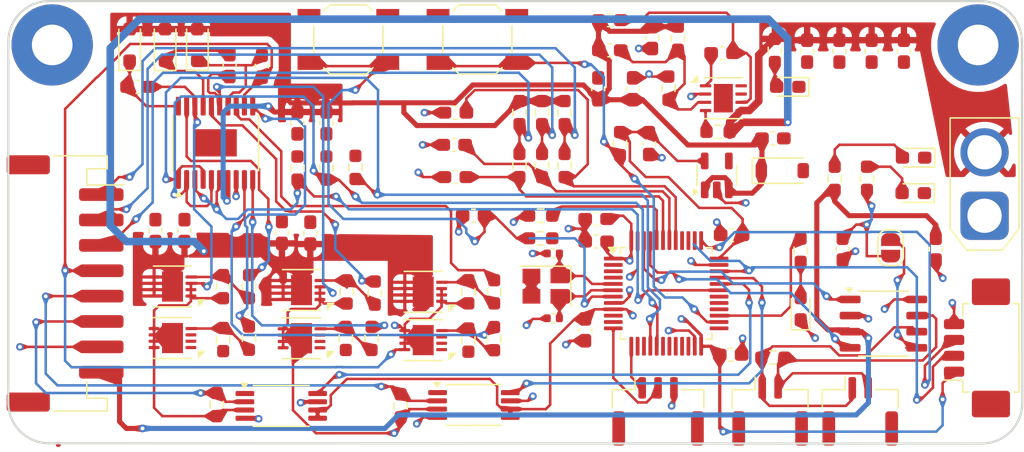
<source format=kicad_pcb>
(kicad_pcb (version 20240108) (generator "pcbnew") (generator_version "8.0")
  (layers (0 "F.Cu" signal) (31 "B.Cu" signal) (34 "B.Paste" user) (35 "F.Paste" user) (36 "B.SilkS" user "B.Silkscreen") (37 "F.SilkS" user "F.Silkscreen") (38 "B.Mask" user) (39 "F.Mask" user) (44 "Edge.Cuts" user))
  (net 0 "")
  (net 1 "+24V")
  (net 2 "GND")
  (net 3 "+3.3V")
  (net 4 "HALL_C")
  (net 5 "Net-(U1-PB7)")
  (net 6 "+5V")
  (net 7 "NRST")
  (net 8 "/M0_OUT1_P")
  (net 9 "Net-(D3-C)")
  (net 10 "Net-(D4-C)")
  (net 11 "/M0_OUT2_P")
  (net 12 "M0_OUT3")
  (net 13 "Net-(D5-C)")
  (net 14 "Net-(RY8411-FB)")
  (net 15 "Net-(RY8411-BS)")
  (net 16 "Net-(RY8411-SW)")
  (net 17 "Net-(D2-A)")
  (net 18 "Net-(D6-+)")
  (net 19 "Net-(D7-+)")
  (net 20 "Net-(D8-+)")
  (net 21 "SYS_JTMS_SWDIO")
  (net 22 "SYS_JTCK_SWCLK")
  (net 23 "M0_OUT2_N")
  (net 24 "HALL_A")
  (net 25 "M0_OUT1_N")
  (net 26 "HALL_B")
  (net 27 "CANH")
  (net 28 "CANL")
  (net 29 "Net-(JP1-B)")
  (net 30 "Net-(Q1-G)")
  (net 31 "Net-(Q2-G)")
  (net 32 "Net-(Q5-G)")
  (net 33 "Net-(Q6-G)")
  (net 34 "Net-(Q9-G)")
  (net 35 "Net-(Q10-G)")
  (net 36 "/M0_GH2")
  (net 37 "/M0_GH1")
  (net 38 "/M0_GL1")
  (net 39 "/M0_GL2")
  (net 40 "/M0_GL3")
  (net 41 "LED_1")
  (net 42 "/M0_GH3")
  (net 43 "Net-(RY8411-EN)")
  (net 44 "M0_IN3")
  (net 45 "M0_IN2")
  (net 46 "M0_IN1")
  (net 47 "Net-(U1-BOOT0)")
  (net 48 "DBG")
  (net 50 "CAN_RX")
  (net 56 "/M0_OUT2_CS")
  (net 60 "USART2_TX")
  (net 61 "CAN_TX")
  (net 64 "USART2_RX")
  (net 73 "/M0_OUT1_CS")
  (net 77 "Net-(U1-PB5)")
  (net 78 "Net-(U1-PB6)")
  (net 79 "Net-(Y2-Pad2)")
  (net 80 "RCC_OSC_IN+")
  (net 81 "RCC_OSC_OUT-")
  (net 82 "unconnected-(U1-NRST-Pad7)")
  (footprint "Resistor_SMD:R_0603_1608Metric_Pad0.98x0.95mm_HandSolder" (layer "F.Cu") (at 67.806 18.0105 90)
    (property "Reference" "R27" (hide yes))
    (property "Value" "249kΩ" (hide yes))
  )
  (footprint "MountingHole:MountingHole_3.2mm_M3_Pad" (layer "F.Cu") (at 18.542 18.542)
    (property "Reference" "H2" (hide yes))
    (property "Value" "MountingHole" (hide yes))
  )
  (footprint "Capacitor_SMD:C_0603_1608Metric_Pad1.08x0.95mm_HandSolder" (layer "F.Cu") (at 83.058 19.0295 -90)
    (property "Reference" "C41" (hide yes))
    (property "Value" "10uF" (hide yes))
  )
  (footprint "Capacitor_SMD:C_0603_1608Metric_Pad1.08x0.95mm_HandSolder" (layer "F.Cu") (at 75.2845 25.908 180)
    (property "Reference" "C6" (hide yes))
    (property "Value" "0.01u" (hide yes))
  )
  (footprint "Capacitor_SMD:C_0603_1608Metric_Pad1.08x0.95mm_HandSolder" (layer "F.Cu") (at 77.978 19.0295 -90)
    (property "Reference" "C39" (hide yes))
    (property "Value" "100nF" (hide yes))
  )
  (footprint "Package_DFN_QFN:DFN-8-1EP_3x3mm_P0.65mm_EP1.5x2.25mm" (layer "F.Cu") (at 71.382 22.738)
    (property "Reference" "RY8411" (hide yes))
    (property "Value" "~" (hide yes))
  )
  (footprint "Package_TO_SOT_SMD:SOT-23-5" (layer "F.Cu") (at 70.866 28.8235 90)
    (property "Reference" "U6" (hide yes))
    (property "Value" "XC6210B332MR" (hide yes))
  )
  (footprint "Connector_JST:JST_GH_SM02B-GHS-TB_1x02-1MP_P1.25mm_Horizontal" (layer "F.Cu") (at 82.159 47.418)
    (property "Reference" "J4" (hide yes))
    (property "Value" "Conn_01x02_MountingPin" (hide yes))
  )
  (footprint "Connector_JST:JST_GH_SM02B-GHS-TB_1x02-1MP_P1.25mm_Horizontal" (layer "F.Cu") (at 75.067 47.418)
    (property "Reference" "J3" (hide yes))
    (property "Value" "Conn_01x02_MountingPin" (hide yes))
  )
  (footprint "Package_DFN_QFN:DFN-8-1EP_3x3mm_P0.5mm_EP1.65x2.38mm" (layer "F.Cu") (at 47.752 41.8065 180)
    (property "Reference" "Q10" (hide yes))
    (property "Value" "WSD4070DN" (hide yes))
  )
  (footprint "Button_Switch_SMD:SW_SPST_SKQG_WithoutStem" (layer "F.Cu") (at 52.018 18.106 180)
    (property "Reference" "SW2" (hide yes))
    (property "Value" "SW_Push" (hide yes))
  )
  (footprint "Capacitor_SMD:C_0603_1608Metric_Pad1.08x0.95mm_HandSolder" (layer "F.Cu") (at 32.512 20.1665 90)
    (property "Reference" "C23" (hide yes))
    (property "Value" "100nF" (hide yes))
  )
  (footprint "Package_QFP:LQFP-48_7x7mm_P0.5mm" (layer "F.Cu") (at 66.883 38.128)
    (property "Reference" "U1" (hide yes))
    (property "Value" "STM32F103C8Tx" (hide yes))
  )
  (footprint "Diode_SMD:D_SOD-123" (layer "F.Cu") (at 76.021 28.448)
    (property "Reference" "D1" (hide yes))
    (property "Value" "BZT52B20-G" (hide yes))
  )
  (footprint "Capacitor_SMD:C_0603_1608Metric_Pad1.08x0.95mm_HandSolder" (layer "F.Cu") (at 61.3675 32.258 180)
    (property "Reference" "C15" (hide yes))
    (property "Value" "4.7uF" (hide yes))
  )
  (footprint "Button_Switch_SMD:SW_SPST_SKQG_WithoutStem" (layer "F.Cu") (at 41.858 18.106 180)
    (property "Reference" "SW1" (hide yes))
    (property "Value" "SW_Push" (hide yes))
  )
  (footprint "Package_DFN_QFN:DFN-8-1EP_3x3mm_P0.5mm_EP1.65x2.38mm" (layer "F.Cu") (at 47.752 37.9965 180)
    (property "Reference" "Q9" (hide yes))
    (property "Value" "WSD4070DN" (hide yes))
  )
  (footprint "Capacitor_SMD:C_0402_1005Metric" (layer "F.Cu") (at 57.993 34.976 180)
    (property "Reference" "C21" (hide yes))
    (property "Value" "20p" (hide yes))
  )
  (footprint "Capacitor_SMD:C_0603_1608Metric_Pad1.08x0.95mm_HandSolder" (layer "F.Cu") (at 37.846 24.688 -90)
    (property "Reference" "C17" (hide yes))
    (property "Value" "100nF" (hide yes))
  )
  (footprint "Package_SO:TSSOP-20-1EP_4.4x6.5mm_P0.65mm_EP2.15x3.35mm" (layer "F.Cu") (at 31.4025 26.2555 90)
    (property "Reference" "U8" (hide yes))
    (property "Value" "EG2133" (hide yes))
  )
  (footprint "Jumper:SolderJumper-2_P1.3mm_Open_RoundedPad1.0x1.5mm" (layer "F.Cu") (at 84.552 34.537 90)
    (property "Reference" "JP1" (hide yes))
    (property "Value" "SolderJumper_2_Open" (hide yes))
  )
  (footprint "Capacitor_SMD:C_0603_1608Metric_Pad1.08x0.95mm_HandSolder" (layer "F.Cu") (at 88.108 34.6375 90)
    (property "Reference" "C26" (hide yes))
    (property "Value" "100nF" (hide yes))
  )
  (footprint "Capacitor_SMD:C_0603_1608Metric_Pad1.08x0.95mm_HandSolder" (layer "F.Cu") (at 35.052 20.2195 90)
    (property "Reference" "C24" (hide yes))
    (property "Value" "100nF" (hide yes))
  )
  (footprint "Capacitor_SMD:C_0603_1608Metric_Pad1.08x0.95mm_HandSolder" (layer "F.Cu") (at 40.132 24.688 -90)
    (property "Reference" "C16" (hide yes))
    (property "Value" "1uF" (hide yes))
  )
  (footprint "Resistor_SMD:R_0603_1608Metric_Pad0.98x0.95mm_HandSolder" (layer "F.Cu") (at 37.846 28.247 -90)
    (property "Reference" "R28" (hide yes))
    (property "Value" "10kΩ" (hide yes))
  )
  (footprint "Resistor_SMD:R_0603_1608Metric_Pad0.98x0.95mm_HandSolder" (layer "F.Cu") (at 75.438 18.9735 -90)
    (property "Reference" "R10" (hide yes))
    (property "Value" "10k" (hide yes))
  )
  (footprint "Capacitor_SMD:C_0603_1608Metric_Pad1.08x0.95mm_HandSolder" (layer "F.Cu") (at 65.774 17.9605 -90)
    (property "Reference" "C36" (hide yes))
    (property "Value" "100nF" (hide yes))
  )
  (footprint "Resistor_SMD:R_0603_1608Metric_Pad0.98x0.95mm_HandSolder" (layer "F.Cu") (at 77.47 34.7245 90)
    (property "Reference" "R19" (hide yes))
    (property "Value" "470Ω" (hide yes))
  )
  (footprint "LED_SMD:LED_0603_1608Metric_Pad1.05x0.95mm_HandSolder" (layer "F.Cu") (at 77.47 39.334 90)
    (property "Reference" "D2" (hide yes))
    (property "Value" "LED" (hide yes))
  )
  (footprint "Diode_SMD:D_SOD-323_HandSoldering" (layer "F.Cu") (at 27.432 18.542 90)
    (property "Reference" "D4" (hide yes))
    (property "Value" "1N5819WS" (hide yes))
  )
  (footprint "Resistor_SMD:R_0603_1608Metric_Pad0.98x0.95mm_HandSolder" (layer "F.Cu") (at 75.2875 43.18 180)
    (property "Reference" "R18" (hide yes))
    (property "Value" "120Ω" (hide yes))
  )
  (footprint "Resistor_SMD:R_0603_1608Metric_Pad0.98x0.95mm_HandSolder" (layer "F.Cu") (at 56.9995 32.004)
    (property "Reference" "R31" (hide yes))
    (property "Value" "10K" (hide yes))
  )
  (footprint "Capacitor_SMD:C_0603_1608Metric_Pad1.08x0.95mm_HandSolder" (layer "F.Cu") (at 80.518 19.0295 -90)
    (property "Reference" "C42" (hide yes))
    (property "Value" "10uF" (hide yes))
  )
  (footprint "Capacitor_SMD:C_0603_1608Metric_Pad1.08x0.95mm_HandSolder" (layer "F.Cu") (at 50.1915 26.416 180)
    (property "Reference" "C4" (hide yes))
    (property "Value" "0.01u" (hide yes))
  )
  (footprint "Capacitor_SMD:C_0603_1608Metric_Pad1.08x0.95mm_HandSolder" (layer "F.Cu") (at 61.3675 34.036 180)
    (property "Reference" "C13" (hide yes))
    (property "Value" "4.7uF" (hide yes))
  )
  (footprint "Capacitor_SMD:C_0603_1608Metric_Pad1.08x0.95mm_HandSolder" (layer "F.Cu") (at 28.956 33.1735 90)
    (property "Reference" "C25" (hide yes))
    (property "Value" "10u" (hide yes))
  )
  (footprint "Capacitor_SMD:C_0603_1608Metric_Pad1.08x0.95mm_HandSolder" (layer "F.Cu") (at 71.961 42.958)
    (property "Reference" "C12" (hide yes))
    (property "Value" "4.7uF" (hide yes))
  )
  (footprint "Package_DFN_QFN:DFN-8-1EP_3x3mm_P0.5mm_EP1.65x2.38mm" (layer "F.Cu") (at 38.174 41.66 180)
    (property "Reference" "Q6" (hide yes))
    (property "Value" "WSD4070DN" (hide yes))
  )
  (footprint "Resistor_SMD:R_0603_1608Metric_Pad0.98x0.95mm_HandSolder" (layer "F.Cu") (at 43.688 41.672 90)
    (property "Reference" "R14" (hide yes))
    (property "Value" "2.2Ω" (hide yes))
  )
  (footprint "Resistor_SMD:R_0603_1608Metric_Pad0.98x0.95mm_HandSolder" (layer "F.Cu") (at 57.1065 28.0435 -90)
    (property "Reference" "R5" (hide yes))
    (property "Value" "100Ω" (hide yes))
  )
  (footprint "Resistor_SMD:R_0603_1608Metric_Pad0.98x0.95mm_HandSolder" (layer "F.Cu") (at 51.308 37.9965 90)
    (property "Reference" "R24" (hide yes))
    (property "Value" "10kΩ" (hide yes))
  )
  (footprint "Resistor_SMD:R_0603_1608Metric_Pad0.98x0.95mm_HandSolder" (layer "F.Cu") (at 82.691 29.0525 90)
    (property "Reference" "R34" (hide yes))
    (property "Value" "1kΩ" (hide yes))
  )
  (footprint "Resistor_SMD:R_0603_1608Metric_Pad0.98x0.95mm_HandSolder" (layer "F.Cu") (at 67.056 21.9475 -90)
    (property "Reference" "R26" (hide yes))
    (property "Value" "47kΩ" (hide yes))
  )
  (footprint "LED_SMD:LED_0603_1608Metric_Pad1.05x0.95mm_HandSolder" (layer "F.Cu") (at 86.36 27.425 180)
    (property "Reference" "D7" (hide yes))
    (property "Value" "LED" (hide yes))
  )
  (footprint "Capacitor_SMD:C_0402_1005Metric" (layer "F.Cu") (at 57.993 40.084 180)
    (property "Reference" "C28" (hide yes))
    (property "Value" "20p" (hide yes))
  )
  (footprint "Inductor_SMD:L_0603_1608Metric_Pad1.05x0.95mm_HandSolder" (layer "F.Cu") (at 62.429 16.59)
    (property "Reference" "L2" (hide yes))
    (property "Value" "15uH" (hide yes))
  )
  (footprint "Package_SO:TSSOP-8_4.4x3mm_P0.65mm" (layer "F.Cu") (at 36.576 46.99)
    (property "Reference" "U2" (hide yes))
    (property "Value" "INA240A2PWR" (hide yes))
  )
  (footprint "Capacitor_SMD:C_0603_1608Metric_Pad1.08x0.95mm_HandSolder" (layer "F.Cu") (at 62.4415 18.959)
    (property "Reference" "C37" (hide yes))
    (property "Value" "30pF" (hide yes))
  )
  (footprint "Capacitor_SMD:C_0603_1608Metric_Pad1.08x0.95mm_HandSolder" (layer "F.Cu") (at 26.67 33.1735 90)
    (property "Reference" "C27" (hide yes))
    (property "Value" "10u" (hide yes))
  )
  (footprint "Resistor_SMD:R_0603_1608Metric_Pad0.98x0.95mm_HandSolder" (layer "F.Cu") (at 42.418 28.194 -90)
    (property "Reference" "R30" (hide yes))
    (property "Value" "10kΩ" (hide yes))
  )
  (footprint "Resistor_SMD:R_0603_1608Metric_Pad0.98x0.95mm_HandSolder" (layer "F.Cu") (at 57.1065 23.876 90)
    (property "Reference" "R4" (hide yes))
    (property "Value" "4.7kΩ" (hide yes))
  )
  (footprint "Capacitor_SMD:C_0603_1608Metric_Pad1.08x0.95mm_HandSolder" (layer "F.Cu") (at 64.262 21.9975 90)
    (property "Reference" "C35" (hide yes))
    (property "Value" "10uF" (hide yes))
  )
  (footprint "Resistor_SMD:R_0603_1608Metric_Pad0.98x0.95mm_HandSolder" (layer "F.Cu") (at 51.308 41.8065 90)
    (property "Reference" "R23" (hide yes))
    (property "Value" "10kΩ" (hide yes))
  )
  (footprint "Resistor_SMD:R_0603_1608Metric_Pad0.98x0.95mm_HandSolder" (layer "F.Cu") (at 40.132 28.247 -90)
    (property "Reference" "R29" (hide yes))
    (property "Value" "10kΩ" (hide yes))
  )
  (footprint "Capacitor_SMD:C_0603_1608Metric_Pad1.08x0.95mm_HandSolder" (layer "F.Cu") (at 51.7155 32.004 180)
    (property "Reference" "C8" (hide yes))
    (property "Value" "100nF" (hide yes))
  )
  (footprint "LED_SMD:LED_0603_1608Metric_Pad1.05x0.95mm_HandSolder" (layer "F.Cu") (at 86.332 30.219 180)
    (property "Reference" "D8" (hide yes))
    (property "Value" "LED" (hide yes))
  )
  (footprint "Capacitor_SMD:C_0603_1608Metric_Pad1.08x0.95mm_HandSolder" (layer "F.Cu") (at 25.2995 21.844 180)
    (property "Reference" "C22" (hide yes))
    (property "Value" "100nF" (hide yes))
  )
  (footprint "Diode_SMD:D_SOD-323_HandSoldering" (layer "F.Cu") (at 24.638 18.542 90)
    (property "Reference" "D3" (hide yes))
    (property "Value" "1N5819WS" (hide yes))
  )
  (footprint "Connector_Molex:Molex_PicoBlade_53261-0471_1x04-1MP_P1.25mm_Horizontal" (layer "F.Cu") (at 91.948 42.418 90)
    (property "Reference" "J1" (hide yes))
    (property "Value" "Conn_01x04_Pin" (hide yes))
  )
  (footprint "Resistor_SMD:R_0603_1608Metric_Pad0.98x0.95mm_HandSolder" (layer "F.Cu") (at 58.8845 23.876 90)
    (property "Reference" "R2" (hide yes))
    (property "Value" "4.7kΩ" (hide yes))
  )
  (footprint "Resistor_SMD:R_0603_1608Metric_Pad0.98x0.95mm_HandSolder" (layer "F.Cu") (at 55.3285 28.0435 -90)
    (property "Reference" "R9" (hide yes))
    (property "Value" "100Ω" (hide yes))
  )
  (footprint "Resistor_SMD:R_0603_1608Metric_Pad0.98x0.95mm_HandSolder" (layer "F.Cu") (at 32.004 41.7595 90)
    (property "Reference" "R17" (hide yes))
    (property "Value" "10kΩ" (hide yes))
  )
  (footprint "Capacitor_SMD:C_0603_1608Metric_Pad1.08x0.95mm_HandSolder" (layer "F.Cu") (at 60.505 40.9945 -90)
    (property "Reference" "C10" (hide yes))
    (property "Value" "4.7uF" (hide yes))
  )
  (footprint "Connector_JST:JST_GH_SM03B-GHS-TB_1x03-1MP_P1.25mm_Horizontal" (layer "F.Cu") (at 66.242 47.418)
    (property "Reference" "USART1" (hide yes))
    (property "Value" "Conn_01x03" (hide yes))
  )
  (footprint "Resistor_SMD:R_0603_1608Metric_Pad0.98x0.95mm_HandSolder" (layer "F.Cu") (at 43.942 38.1 90)
    (property "Reference" "R11" (hide yes))
    (property "Value" "2.2Ω" (hide yes))
  )
  (footprint "Resistor_SMD:R_0603_1608Metric_Pad0.98x0.95mm_HandSolder" (layer "F.Cu") (at 58.8845 28.0435 -90)
    (property "Reference" "R3" (hide yes))
    (property "Value" "100Ω" (hide yes))
  )
  (footprint "Resistor_SMD:R_0603_1608Metric_Pad0.98x0.95mm_HandSolder" (layer "F.Cu") (at 32.004 37.592 90)
    (property "Reference" "R16" (hide yes))
    (property "Value" "10kΩ" (hide yes))
  )
  (footprint "Capacitor_SMD:C_0603_1608Metric_Pad1.08x0.95mm_HandSolder" (layer "F.Cu") (at 65.532 26.3155 90)
    (property "Reference" "C2" (hide yes))
    (property "Value" "1u" (hide yes))
  )
  (footprint "Crystal:Crystal_SMD_SeikoEpson_TSX3225-4Pin_3.2x2.5mm" (layer "F.Cu") (at 57.373 37.554 180)
    (property "Reference" "Y2" (hide yes))
    (property "Value" "16MHz" (hide yes))
  )
  (footprint "Package_DFN_QFN:DFN-8-1EP_3x3mm_P0.5mm_EP1.65x2.38mm" (layer "F.Cu") (at 28.014 37.58 180)
    (property "Reference" "Q1" (hide yes))
    (property "Value" "WSD4070DN" (hide yes))
  )
  (footprint "Resistor_SMD:R_0603_1608Metric_Pad0.98x0.95mm_HandSolder" (layer "F.Cu") (at 45.974 46.9815 90)
    (property "Reference" "R8" (hide yes))
    (property "Value" "0.01Ω" (hide yes))
  )
  (footprint "Package_DFN_QFN:DFN-8-1EP_3x3mm_P0.5mm_EP1.65x2.38mm" (layer "F.Cu") (at 28.014 41.644 180)
    (property "Reference" "Q2" (hide yes))
    (property "Value" "WSD4070DN" (hide yes))
  )
  (footprint "Resistor_SMD:R_0603_1608Metric_Pad0.98x0.95mm_HandSolder" (layer "F.Cu") (at 53.34 41.691 90)
    (property "Reference" "R15" (hide yes))
    (property "Value" "2.2Ω" (hide yes))
  )
  (footprint "Package_DFN_QFN:DFN-8-1EP_3x3mm_P0.5mm_EP1.65x2.38mm" (layer "F.Cu") (at 38.174 37.858 180)
    (property "Reference" "Q5" (hide yes))
    (property "Value" "WSD4070DN" (hide yes))
  )
  (footprint "Diode_SMD:D_SOD-323_HandSoldering" (layer "F.Cu") (at 29.972 18.542 90)
    (property "Reference" "D5" (hide yes))
    (property "Value" "1N5819WS" (hide yes))
  )
  (footprint "Resistor_SMD:R_0603_1608Metric_Pad0.98x0.95mm_HandSolder" (layer "F.Cu") (at 63.246 26.3185 90)
    (property "Reference" "R35" (hide yes))
    (property "Value" "10K" (hide yes))
  )
  (footprint "Resistor_SMD:R_0603_1608Metric_Pad0.98x0.95mm_HandSolder" (layer "F.Cu") (at 55.3285 23.876 90)
    (property "Reference" "R6" (hide yes))
    (property "Value" "4.7kΩ" (hide yes))
  )
  (footprint "Resistor_SMD:R_0603_1608Metric_Pad0.98x0.95mm_HandSolder" (layer "F.Cu") (at 53.34 37.9965 90)
    (property "Reference" "R20" (hide yes))
    (property "Value" "2.2Ω" (hide yes))
  )
  (footprint "Capacitor_SMD:C_0603_1608Metric_Pad1.08x0.95mm_HandSolder" (layer "F.Cu") (at 80.772 34.6375 -90)
    (property "Reference" "C14" (hide yes))
    (property "Value" "100nF" (hide yes))
  )
  (footprint "LED_SMD:LED_0603_1608Metric_Pad1.05x0.95mm_HandSolder" (layer "F.Cu") (at 76.454 21.844 180)
    (property "Reference" "D6" (hide yes))
    (property "Value" "LED" (hide yes))
  )
  (footprint "Capacitor_SMD:C_0603_1608Metric_Pad1.08x0.95mm_HandSolder" (layer "F.Cu") (at 72.0355 33.528 180)
    (property "Reference" "C11" (hide yes))
    (property "Value" "4.7uF" (hide yes))
  )
  (footprint "MountingHole:MountingHole_3.2mm_M3_Pad" (layer "F.Cu") (at 91.44 18.542)
    (property "Reference" "H1" (hide yes))
    (property "Value" "MountingHole" (hide yes))
  )
  (footprint "Connector_AMASS:AMASS_XT30U-M_1x02_P5.0mm_Vertical" (layer "F.Cu") (at 91.948 32.004 90)
    (property "Reference" "J5" (hide yes))
    (property "Value" "Conn_01x02_Pin" (hide yes))
  )
  (footprint "Capacitor_SMD:C_0603_1608Metric_Pad1.08x0.95mm_HandSolder" (layer "F.Cu") (at 85.598 19.0295 -90)
    (property "Reference" "C40" (hide yes))
    (property "Value" "100uF" (hide yes))
  )
  (footprint "Capacitor_SMD:C_0603_1608Metric_Pad1.08x0.95mm_HandSolder" (layer "F.Cu") (at 71.2815 19.182 180)
    (property "Reference" "C38" (hide yes))
    (property "Value" "100nF" (hide yes))
  )
  (footprint "Capacitor_SMD:C_0603_1608Metric_Pad1.08x0.95mm_HandSolder" (layer "F.Cu") (at 50.28825 23.876)
    (property "Reference" "C3" (hide yes))
    (property "Value" "0.01u" (hide yes))
  )
  (footprint "Resistor_SMD:R_0603_1608Metric_Pad0.98x0.95mm_HandSolder" (layer "F.Cu") (at 80.151 29.0525 90)
    (property "Reference" "R33" (hide yes))
    (property "Value" "1kΩ" (hide yes))
  )
  (footprint "Connector_JST:JST_PH_S8B-PH-SM4-TB_1x08-1MP_P2.00mm_Horizontal" (layer "F.Cu") (at 19.558 37.338 -90)
    (property "Reference" "J6" (hide yes))
    (property "Value" "Conn_01x08_Socket" (hide yes))
  )
  (footprint "Resistor_SMD:R_0603_1608Metric_Pad0.98x0.95mm_HandSolder" (layer "F.Cu") (at 34.036 37.592 90)
    (property "Reference" "R12" (hide yes))
    (property "Value" "2.2Ω" (hide yes))
  )
  (footprint "Resistor_SMD:R_0603_1608Metric_Pad0.98x0.95mm_HandSolder" (layer "F.Cu") (at 70.9695 25.4)
    (property "Reference" "R25" (hide yes))
    (property "Value" "100kΩ" (hide yes))
  )
  (footprint "Resistor_SMD:R_0603_1608Metric_Pad0.98x0.95mm_HandSolder" (layer "F.Cu") (at 56.9995 33.782)
    (property "Reference" "R32" (hide yes))
    (property "Value" "10K" (hide yes))
  )
  (footprint "Package_SO:TSSOP-8_4.4x3mm_P0.65mm" (layer "F.Cu") (at 51.7475 46.919)
    (property "Reference" "U3" (hide yes))
    (property "Value" "INA240A2PWR" (hide yes))
  )
  (footprint "Resistor_SMD:R_0603_1608Metric_Pad0.98x0.95mm_HandSolder" (layer "F.Cu") (at 41.656 41.672 90)
    (property "Reference" "R21" (hide yes))
    (property "Value" "10kΩ" (hide yes))
  )
  (footprint "Capacitor_SMD:C_0603_1608Metric_Pad1.08x0.95mm_HandSolder" (layer "F.Cu") (at 36.629 33.3215 90)
    (property "Reference" "C20" (hide yes))
    (property "Value" "10u" (hide yes))
  )
  (footprint "Capacitor_SMD:C_0603_1608Metric_Pad1.08x0.95mm_HandSolder" (layer "F.Cu") (at 50.28825 28.956 180)
    (property "Reference" "C5" (hide yes))
    (property "Value" "0.01u" (hide yes))
  )
  (footprint "Package_SO:SOP-8_3.9x4.9mm_P1.27mm" (layer "F.Cu") (at 83.989 40.506)
    (property "Reference" "U5" (hide yes))
    (property "Value" "SIT1042T" (hide yes))
  )
  (footprint "Resistor_SMD:R_0603_1608Metric_Pad0.98x0.95mm_HandSolder" (layer "F.Cu") (at 34.036 41.656 90)
    (property "Reference" "R13" (hide yes))
    (property "Value" "2.2Ω" (hide yes))
  )
  (footprint "Capacitor_SMD:C_0603_1608Metric_Pad1.08x0.95mm_HandSolder" (layer "F.Cu") (at 38.862 33.3745 90)
    (property "Reference" "C18" (hide yes))
    (property "Value" "10u" (hide yes))
  )
  (footprint "Resistor_SMD:R_0603_1608Metric_Pad0.98x0.95mm_HandSolder" (layer "F.Cu") (at 41.73 38.0085 90)
    (property "Reference" "R22" (hide yes))
    (property "Value" "10kΩ" (hide yes))
  )
  (footprint "Resistor_SMD:R_0603_1608Metric_Pad0.98x0.95mm_HandSolder" (layer "F.Cu") (at 31.496 46.8865 90)
    (property "Reference" "R7" (hide yes))
    (property "Value" "0.01Ω" (hide yes))
  )
  (footprint "Capacitor_SMD:C_0603_1608Metric_Pad1.08x0.95mm_HandSolder" (layer "F.Cu") (at 61.526 21.9975 -90)
    (property "Reference" "C34" (hide yes))
    (property "Value" "10uF" (hide yes))
  )
  (gr_arc (start 19.025847 50.037773) (mid 19.025847 50.037773) (end 19.025847 50.037773) (stroke (width 0.2)) (layer "F.Cu") (net 2))
  (gr_line (start 15.088001 18.288001) (end 15.088 46.736) (stroke (width 0.1778)) (layer "Edge.Cuts"))
  (gr_line (start 18.288 49.936) (end 91.717258 49.959258) (stroke (width 0.1778)) (layer "Edge.Cuts"))
  (gr_arc (start 18.288 49.936) (mid 16.025258 48.998742) (end 15.088 46.736) (stroke (width 0.1778)) (layer "Edge.Cuts"))
  (gr_line (start 94.893999 18.288001) (end 94.917258 46.759258) (stroke (width 0.1778)) (layer "Edge.Cuts"))
  (gr_arc (start 94.917258 46.759258) (mid 93.98 49.022) (end 91.717258 49.959258) (stroke (width 0.1778)) (layer "Edge.Cuts"))
  (gr_arc (start 15.088001 18.288001) (mid 16.025258 16.025258) (end 18.288001 15.088001) (stroke (width 0.1778)) (layer "Edge.Cuts"))
  (gr_arc (start 91.693999 15.088001) (mid 93.956741 16.025259) (end 94.893999 18.288001) (stroke (width 0.1778)) (layer "Edge.Cuts"))
  (gr_line (start 18.288001 15.088001) (end 91.693999 15.088001) (stroke (width 0.1778)) (layer "Edge.Cuts"))
  (segment (start 77.978 18.167) (end 77.417 18.167) (width 0.6) (layer "F.Cu") (net 1))
  (segment (start 30.48 34.798) (end 29.718 34.036) (width 0.6) (layer "F.Cu") (net 1))
  (segment (start 29.718 34.036) (end 28.956 34.036) (width 0.6) (layer "F.Cu") (net 1))
  (segment (start 74.168 19.331) (end 74.168 22.975527) (width 0.6) (layer "F.Cu") (net 1))
  (segment (start 36.724 36.608629) (end 36.724 37.108) (width 0.6) (layer "F.Cu") (net 1))
  (segment (start 71.882 25.4) (end 72.136 25.4) (width 0.2) (layer "F.Cu") (net 1))
  (segment (start 76.454 24.638) (end 72.898 24.638) (width 0.6) (layer "F.Cu") (net 1))
  (segment (start 75.438 18.061) (end 74.168 19.331) (width 0.6) (layer "F.Cu") (net 1))
  (segment (start 72.898 24.638) (end 72.136 25.4) (width 0.6) (layer "F.Cu") (net 1))
  (segment (start 74.168 22.975527) (end 73.430527 23.713) (width 0.6) (layer "F.Cu") (net 1))
  (segment (start 71.882 24.613) (end 72.782 23.713) (width 0.6) (layer "F.Cu") (net 1))
  (segment (start 34.913371 34.798) (end 36.724 36.608629) (width 0.6) (layer "F.Cu") (net 1))
  (segment (start 71.882 25.654) (end 71.882 24.613) (width 0.6) (layer "F.Cu") (net 1))
  (segment (start 73.430527 23.713) (end 72.782 23.713) (width 0.6) (layer "F.Cu") (net 1))
  (segment (start 30.48 34.798) (end 34.913371 34.798) (width 0.6) (layer "F.Cu") (net 1))
  (via (at 30.48 34.798) (size 0.6) (drill 0.3) (layers "F.Cu" "B.Cu") (net 1))
  (via (at 76.454 24.638) (size 0.6) (drill 0.3) (layers "F.Cu" "B.Cu") (net 1))
  (segment (start 29.718 34.036) (end 24.384 34.036) (width 0.6) (layer "B.Cu") (net 1))
  (segment (start 76.454 18.034) (end 76.454 24.638) (width 0.6) (layer "B.Cu") (net 1))
  (segment (start 23.114 18.796) (end 25.4 16.51) (width 0.6) (layer "B.Cu") (net 1))
  (segment (start 74.93 16.51) (end 76.454 18.034) (width 0.6) (layer "B.Cu") (net 1))
  (segment (start 24.384 34.036) (end 23.114 32.766) (width 0.6) (layer "B.Cu") (net 1))
  (segment (start 23.114 32.766) (end 23.114 18.796) (width 0.6) (layer "B.Cu") (net 1))
  (segment (start 25.4 16.51) (end 74.93 16.51) (width 0.6) (layer "B.Cu") (net 1))
  (segment (start 30.48 34.798) (end 29.718 34.036) (width 0.6) (layer "B.Cu") (net 1))
  (segment (start 33.0275 29.143) (end 33.0275 30.4725) (width 0.2) (layer "F.Cu") (net 2))
  (segment (start 65.739 21.035) (end 65.532 20.828) (width 0.2) (layer "F.Cu") (net 2))
  (segment (start 68.834 35.56) (end 69.152 35.878) (width 0.2) (layer "F.Cu") (net 2))
  (segment (start 47.84875 23.876) (end 49.42575 23.876) (width 0.2) (layer "F.Cu") (net 2))
  (segment (start 50.546 32.311) (end 50.853 32.004) (width 0.2) (layer "F.Cu") (net 2))
  (segment (start 88.108 35.5) (end 88.108 36.285) (width 0.2) (layer "F.Cu") (net 2))
  (segment (start 38.171 46.665) (end 38.1 46.736) (width 0.2) (layer "F.Cu") (net 2))
  (segment (start 55.372 32.004) (end 54.864 32.512) (width 0.2) (layer "F.Cu") (net 2))
  (segment (start 56.022 46.594) (end 56.388 46.228) (width 0.2) (layer "F.Cu") (net 2))
  (segment (start 48.885 47.894) (end 47.752 47.894) (width 0.2) (layer "F.Cu") (net 2))
  (segment (start 68.665411 41.053001) (end 69.133 41.52059) (width 0.2) (layer "F.Cu") (net 2))
  (segment (start 60.706 33.581) (end 60.505 33.782) (width 0.2) (layer "F.Cu") (net 2))
  (segment (start 67.492 46.808) (end 67.492 45.568) (width 0.2) (layer "F.Cu") (net 2))
  (segment (start 71.173 32.819) (end 70.866 32.512) (width 0.2) (layer "F.Cu") (net 2))
  (segment (start 56.087 32.004) (end 55.372 32.004) (width 0.2) (layer "F.Cu") (net 2))
  (segment (start 22.408 42.338) (end 16.002 42.338) (width 0.2) (layer "F.Cu") (net 2))
  (segment (start 33.0275 30.4725) (end 33.02 30.48) (width 0.2) (layer "F.Cu") (net 2))
  (segment (start 71.539948 30.988) (end 70.866 30.314052) (width 0.2) (layer "F.Cu") (net 2))
  (segment (start 60.505 33.38) (end 60.505 33.782) (width 0.2) (layer "F.Cu") (net 2))
  (segment (start 56.388 40.132) (end 55.88 40.64) (width 0.2) (layer "F.Cu") (net 2))
  (segment (start 39.4385 46.665) (end 38.171 46.665) (width 0.2) (layer "F.Cu") (net 2))
  (segment (start 64.008 36.83) (end 64.633 36.205) (width 0.2) (layer "F.Cu") (net 2))
  (segment (start 70.866 30.314052) (end 70.866 29.961) (width 0.2) (layer "F.Cu") (net 2))
  (segment (start 47.362625 28.583375) (end 47.73525 28.956) (width 0.2) (layer "F.Cu") (net 2))
  (segment (start 69.027 22.413) (end 68.834 22.606) (width 0.2) (layer "F.Cu") (net 2))
  (segment (start 65.786 27.432) (end 65.532 27.178) (width 0.2) (layer "F.Cu") (net 2))
  (segment (start 81.788 34.798) (end 81.474 34.798) (width 0.2) (layer "F.Cu") (net 2))
  (segment (start 88.108 36.285) (end 88.646 36.823) (width 0.2) (layer "F.Cu") (net 2))
  (segment (start 64.262 21.135) (end 65.225 21.135) (width 0.2) (layer "F.Cu") (net 2))
  (segment (start 64.008 38.36041) (end 63.49041 38.878) (width 0.2) (layer "F.Cu") (net 2))
  (segment (start 69.982 22.413) (end 69.027 22.413) (width 0.2) (layer "F.Cu") (net 2))
  (segment (start 47.31925 28.54) (end 47.362625 28.583375) (width 0.2) (layer "F.Cu") (net 2))
  (segment (start 56.365 34.976) (end 57.513 34.976) (width 0.2) (layer "F.Cu") (net 2))
  (segment (start 86.614 38.601) (end 84.836 38.601) (width 0.2) (layer "F.Cu") (net 2))
  (segment (start 50.546 33.274) (end 50.546 32.311) (width 0.2) (layer "F.Cu") (net 2))
  (segment (start 81.474 34.798) (end 80.772 35.5) (width 0.2) (layer "F.Cu") (net 2))
  (segment (start 78.616 41.649) (end 77.47 40.503) (width 0.2) (layer "F.Cu") (net 2))
  (segment (start 59.182 33.02) (end 60.145 33.02) (width 0.2) (layer "F.Cu") (net 2))
  (segment (start 72.898 42.8835) (end 72.8235 42.958) (width 0.2) (layer "F.Cu") (net 2))
  (segment (start 65.774 18.823) (end 64.797 18.823) (width 0.2) (layer "F.Cu") (net 2))
  (segment (start 82.55 39.871) (end 82.804 40.125) (width 0.2) (layer "F.Cu") (net 2))
  (segment (start 47.705 26.416) (end 49.329 26.416) (width 0.2) (layer "F.Cu") (net 2))
  (segment (start 89.548 39.002) (end 89.408 38.862) (width 0.2) (layer "F.Cu") (net 2))
  (segment (start 34.757 47.965) (end 34.798 48.006) (width 0.2) (layer "F.Cu") (net 2))
  (segment (start 67.056 21.035) (end 65.739 21.035) (width 0.2) (layer "F.Cu") (net 2))
  (segment (start 59.288 41.857) (end 58.981 42.164) (width 0.2) (layer "F.Cu") (net 2))
  (segment (start 69.133 41.52059) (end 69.133 42.2905) (width 0.2) (layer "F.Cu") (net 2))
  (segment (start 47.752 47.894) (end 47.244 48.402) (width 0.2) (layer "F.Cu") (net 2))
  (segment (start 63.49041 38.878) (end 62.7205 38.878) (width 0.2) (layer "F.Cu") (net 2))
  (segment (start 64.633 36.205) (end 64.633 33.9655) (width 0.2) (layer "F.Cu") (net 2))
  (segment (start 81.364 39.871) (end 82.55 39.871) (width 0.2) (layer "F.Cu") (net 2))
  (segment (start 57.505 40.084) (end 57.457 40.132) (width 0.2) (layer "F.Cu") (net 2))
  (segment (start 65.225 21.135) (end 65.532 20.828) (width 0.2) (layer "F.Cu") (net 2))
  (segment (start 60.505 32.004) (end 60.505 33.782) (width 0.2) (layer "F.Cu") (net 2))
  (segment (start 69.152 35.878) (end 71.0455 35.878) (width 0.2) (layer "F.Cu") (net 2))
  (segment (start 66.548 27.432) (end 65.786 27.432) (width 0.2) (layer "F.Cu") (net 2))
  (segment (start 73.152 30.988) (end 71.539948 30.988) (width 0.2) (layer "F.Cu") (net 2))
  (segment (start 33.7135 47.965) (end 34.757 47.965) (width 0.2) (layer "F.Cu") (net 2))
  (segment (start 60.145 33.02) (end 60.505 33.38) (width 0.2) (layer "F.Cu") (net 2))
  (segment (start 67.31 46.99) (end 67.492 46.808) (width 0.2) (layer "F.Cu") (net 2))
  (segment (start 54.61 46.594) (end 56.022 46.594) (width 0.2) (layer "F.Cu") (net 2))
  (segment (start 64.797 18.823) (end 64.77 18.796) (width 0.2) (layer "F.Cu") (net 2))
  (segment (start 71.173 33.528) (end 71.173 32.819) (width 0.2) (layer "F.Cu") (net 2))
  (segment (start 89.548 40.543) (end 89.548 39.002) (width 0.2) (layer "F.Cu") (net 2))
  (segment (start 64.008 37.846) (end 64.008 38.36041) (width 0.2) (layer "F.Cu") (net 2))
  (segment (start 84.836 38.601) (end 84.074 39.363) (width 0.2) (layer "F.Cu") (net 2))
  (segment (start 47.73525 28.956) (end 49.42575 28.956) (width 0.2) (layer "F.Cu") (net 2))
  (segment (start 72.898 41.656) (end 72.898 42.8835) (width 0.2) (layer "F.Cu") (net 2))
  (segment (start 57.457 40.132) (end 56.388 40.132) (width 0.2) (layer "F.Cu") (net 2))
  (segment (start 67.067626 41.053001) (end 68.665411 41.053001) (width 0.2) (layer "F.Cu") (net 2))
  (segment (start 60.505 41.857) (end 59.288 41.857) (width 0.2) (layer "F.Cu") (net 2))
  (segment (start 57.513 40.084) (end 57.505 40.084) (width 0.2) (layer "F.Cu") (net 2))
  (via (at 65.532 20.828) (size 0.6) (drill 0.3) (layers "F.Cu" "B.Cu") (net 2))
  (via (at 55.88 40.64) (size 0.6) (drill 0.3) (layers "F.Cu" "B.Cu") (net 2))
  (via (at 68.834 22.606) (size 0.6) (drill 0.3) (layers "F.Cu" "B.Cu") (net 2))
  (via (at 81.788 34.798) (size 0.6) (drill 0.3) (layers "F.Cu" "B.Cu") (net 2))
  (via (at 70.866 32.512) (size 0.6) (drill 0.3) (layers "F.Cu" "B.Cu") (net 2))
  (via (at 34.798 48.006) (size 0.6) (drill 0.3) (layers "F.Cu" "B.Cu") (net 2))
  (via (at 67.067626 41.053001) (size 0.6) (drill 0.3) (layers "F.Cu" "B.Cu") (net 2))
  (via (at 56.388 46.228) (size 0.6) (drill 0.3) (layers "F.Cu" "B.Cu") (net 2))
  (via (at 64.008 37.846) (size 0.6) (drill 0.3) (layers "F.Cu" "B.Cu") (net 2))
  (via (at 47.84875 23.876) (size 0.6) (drill 0.3) (layers "F.Cu" "B.Cu") (net 2))
  (via (at 78.616 41.649) (size 0.6) (drill 0.3) (layers "F.Cu" "B.Cu") (net 2))
  (via (at 58.981 42.164) (size 0.6) (drill 0.3) (layers "F.Cu" "B.Cu") (net 2))
  (via (at 64.719302 18.819442) (size 0.6) (drill 0.3) (layers "F.Cu" "B.Cu") (net 2))
  (via (at 64.008 36.83) (size 0.6) (drill 0.3) (layers "F.Cu" "B.Cu") (net 2))
  (via (at 72.898 41.656) (size 0.6) (drill 0.3) (layers "F.Cu" "B.Cu") (net 2))
  (via (at 68.834 35.56) (size 0.6) (drill 0.3) (layers "F.Cu" "B.Cu") (net 2))
  (via (at 54.864 32.512) (size 0.6) (drill 0.3) (layers "F.Cu" "B.Cu") (net 2))
  (via (at 59.182 33.02) (size 0.6) (drill 0.3) (layers "F.Cu" "B.Cu") (net 2))
  (via (at 73.152 30.988) (size 0.6) (drill 0.3) (layers "F.Cu" "B.Cu") (net 2))
  (via (at 47.362625 28.583375) (size 0.6) (drill 0.3) (layers "F.Cu" "B.Cu") (net 2))
  (via (at 33.02 30.48) (size 0.6) (drill 0.3) (layers "F.Cu" "B.Cu") (net 2))
  (via (at 89.408 38.862) (size 0.6) (drill 0.3) (layers "F.Cu" "B.Cu") (net 2))
  (via (at 67.31 46.99) (size 0.6) (drill 0.3) (layers "F.Cu" "B.Cu") (net 2))
  (via (at 84.074 39.363) (size 0.6) (drill 0.3) (layers "F.Cu" "B.Cu") (net 2))
  (via (at 16.002 42.338) (size 0.6) (drill 0.3) (layers "F.Cu" "B.Cu") (net 2))
  (via (at 82.804 40.125) (size 0.6) (drill 0.3) (layers "F.Cu" "B.Cu") (net 2))
  (via (at 66.548 27.432) (size 0.6) (drill 0.3) (layers "F.Cu" "B.Cu") (net 2))
  (via (at 88.661552 36.929584) (size 0.6) (drill 0.3) (layers "F.Cu" "B.Cu") (net 2))
  (via (at 50.546 33.274) (size 0.6) (drill 0.3) (layers "F.Cu" "B.Cu") (net 2))
  (via (at 47.705 26.416) (size 0.6) (drill 0.3) (layers "F.Cu" "B.Cu") (net 2))
  (via (at 56.365 34.976) (size 0.6) (drill 0.3) (layers "F.Cu" "B.Cu") (net 2))
  (via (at 38.1 46.736) (size 0.6) (drill 0.3) (layers "F.Cu" "B.Cu") (net 2))
  (via (at 47.244 48.402) (size 0.6) (drill 0.3) (layers "F.Cu" "B.Cu") (net 2))
  (segment (start 65.532 25.453) (end 67.765 27.686) (width 0.2) (layer "F.Cu") (net 3))
  (segment (start 61.259 39.378) (end 62.7205 39.378) (width 0.2) (layer "F.Cu") (net 3))
  (segment (start 82.692 35.187) (end 84.552 35.187) (width 0.2) (layer "F.Cu") (net 3))
  (segment (start 64.133 35.435) (end 64.008 35.56) (width 0.2) (layer "F.Cu") (net 3))
  (segment (start 40.476 46.138) (end 41.748 44.866) (width 0.2) (layer "F.Cu") (net 3))
  (segment (start 63.762 39.378) (end 64.262 39.878) (width 0.2) (layer "F.Cu") (net 3))
  (segment (start 72.898 33.528) (end 72.898 32.258) (width 0.2) (layer "F.Cu") (net 3))
  (segment (start 64.021 27.699) (end 64.021 26.181) (width 0.2) (layer "F.Cu") (net 3))
  (segment (start 57.75 42.072) (end 57.75 46.898) (width 0.2) (layer "F.Cu") (net 3))
  (segment (start 69.633 41.41672) (end 68.34828 40.132) (width 0.254) (layer "F.Cu") (net 3))
  (segment (start 72.8955 33.528) (end 72.898 33.528) (width 0.2) (layer "F.Cu") (net 3))
  (segment (start 63.826 35.378) (end 64.008 35.56) (width 0.2) (layer "F.Cu") (net 3))
  (segment (start 72.898 32.258) (end 72.028 31.388) (width 0.2) (layer "F.Cu") (net 3))
  (segment (start 65.278 28.956) (end 64.021 27.699) (width 0.2) (layer "F.Cu") (net 3))
  (segment (start 69.488 31.388) (end 67.056 28.956) (width 0.2) (layer "F.Cu") (net 3))
  (segment (start 82.691 29.965) (end 82.691 30.868) (width 0.2) (layer "F.Cu") (net 3))
  (segment (start 82.6735 35.1685) (end 82.692 35.187) (width 0.2) (layer "F.Cu") (net 3))
  (segment (start 68.34828 40.132) (end 68.072 40.132) (width 0.254) (layer "F.Cu") (net 3))
  (segment (start 53.5725 46.862456) (end 53.954044 47.244) (width 0.2) (layer "F.Cu") (net 3))
  (segment (start 57.404 47.244) (end 54.61 47.244) (width 0.2) (layer "F.Cu") (net 3))
  (segment (start 52.994 44.866) (end 53.5725 45.4445) (width 0.2) (layer "F.Cu") (net 3))
  (segment (start 89.548 44.293) (end 88.646 45.195) (width 0.2) (layer "F.Cu") (net 3))
  (segment (start 82.691 30.868) (end 83.058 31.235) (width 0.2) (layer "F.Cu") (net 3))
  (segment (start 54.61 47.894) (end 54.61 47.244) (width 0.2) (layer "F.Cu") (net 3))
  (segment (start 63.246 25.406) (end 65.485 25.406) (width 0.2) (layer "F.Cu") (net 3))
  (segment (start 60.505 40.132) (end 59.69 40.132) (width 0.2) (layer "F.Cu") (net 3))
  (segment (start 62.23 34.8875) (end 62.7205 35.378) (width 0.2) (layer "F.Cu") (net 3))
  (segment (start 81.85 32.697) (end 80.772 33.775) (width 0.2) (layer "F.Cu") (net 3))
  (segment (start 71.374 49.022) (end 71.0985 48.7465) (width 0.254) (layer "F.Cu") (net 3))
  (segment (start 71.0455 35.378) (end 71.556 35.378) (width 0.2) (layer "F.Cu") (net 3))
  (segment (start 40.476 46.933456) (end 40.476 46.138) (width 0.2) (layer "F.Cu") (net 3))
  (segment (start 71.0985 48.7465) (end 71.0985 42.958) (width 0.254) (layer "F.Cu") (net 3))
  (segment (start 53.5725 45.4445) (end 53.5725 46.862456) (width 0.2) (layer "F.Cu") (net 3))
  (segment (start 53.954044 47.244) (end 54.61 47.244) (width 0.2) (layer "F.Cu") (net 3))
  (segment (start 62.431 32.004) (end 63.5 32.004) (width 0.2) (layer "F.Cu") (net 3))
  (segment (start 71.0455 35.378) (end 72.8955 33.528) (width 0.2) (layer "F.Cu") (net 3))
  (segment (start 39.4385 47.315) (end 39.4385 47.965) (width 0.2) (layer "F.Cu") (net 3))
  (segment (start 64.133 33.9655) (end 64.133 35.435) (width 0.2) (layer "F.Cu") (net 3))
  (segment (start 60.505 40.132) (end 61.259 39.378) (width 0.2) (layer "F.Cu") (net 3))
  (segment (start 62.7205 35.378) (end 63.826 35.378) (width 0.2) (layer "F.Cu") (net 3))
  (segment (start 64.021 26.181) (end 63.246 25.406) (width 0.2) (layer "F.Cu") (net 3))
  (segment (start 65.485 25.406) (end 65.532 25.453) (width 0.2) (layer "F.Cu") (net 3))
  (segment (start 67.765 27.686) (end 69.916 27.686) (width 0.2) (layer "F.Cu") (net 3))
  (segment (start 69.633 42.2905) (end 69.633 41.41672) (width 0.254) (layer "F.Cu") (net 3))
  (segment (start 59.69 40.132) (end 57.75 42.072) (width 0.2) (layer "F.Cu") (net 3))
  (segment (start 39.4385 47.315) (end 40.094456 47.315) (width 0.2) (layer "F.Cu") (net 3))
  (segment (start 63.5 32.004) (end 64.133 32.637) (width 0.2) (layer "F.Cu") (net 3))
  (segment (start 67.056 28.956) (end 65.278 28.956) (width 0.2) (layer "F.Cu") (net 3))
  (segment (start 70.431 42.2905) (end 71.0985 42.958) (width 0.254) (layer "F.Cu") (net 3))
  (segment (start 88.646 45.195) (end 88.646 46.482) (width 0.2) (layer "F.Cu") (net 3))
  (segment (start 57.75 46.898) (end 57.404 47.244) (width 0.2) (layer "F.Cu") (net 3))
  (segment (start 69.633 42.2905) (end 70.431 42.2905) (width 0.254) (layer "F.Cu") (net 3))
  (segment (start 62.7205 39.378) (end 63.762 39.378) (width 0.2) (layer "F.Cu") (net 3))
  (segment (start 82.6735 32.697) (end 81.85 32.697) (width 0.2) (layer "F.Cu") (net 3))
  (segment (start 41.748 44.866) (end 52.994 44.866) (width 0.2) (layer "F.Cu") (net 3))
  (segment (start 72.028 31.388) (end 69.488 31.388) (width 0.2) (layer "F.Cu") (net 3))
  (segment (start 64.133 32.637) (end 64.133 33.9655) (width 0.2) (layer "F.Cu") (net 3))
  (segment (start 82.6735 32.697) (end 82.6735 35.1685) (width 0.2) (layer "F.Cu") (net 3))
  (segment (start 62.23 33.782) (end 62.23 34.8875) (width 0.2) (layer "F.Cu") (net 3))
  (segment (start 40.094456 47.315) (end 40.476 46.933456) (width 0.2) (layer "F.Cu") (net 3))
  (via (at 71.374 49.022) (size 0.6) (drill 0.3) (layers "F.Cu" "B.Cu") (net 3))
  (via (at 83.058 31.235) (size 0.6) (drill 0.3) (layers "F.Cu" "B.Cu") (net 3))
  (via (at 88.646 46.482) (size 0.6) (drill 0.3) (layers "F.Cu" "B.Cu") (net 3))
  (via (at 64.262 39.878) (size 0.6) (drill 0.3) (layers "F.Cu" "B.Cu") (net 3))
  (via (at 68.072 40.132) (size 0.6) (drill 0.3) (layers "F.Cu" "B.Cu") (net 3))
  (via (at 82.6735 32.697) (size 0.6) (drill 0.3) (layers "F.Cu" "B.Cu") (net 3))
  (via (at 64.008 35.56) (size 0.6) (drill 0.3) (layers "F.Cu" "B.Cu") (net 3))
  (segment (start 71.374 49.022) (end 88.138 49.022) (width 0.2) (layer "B.Cu") (net 3))
  (segment (start 83.058 32.3125) (end 83.058 31.235) (width 0.2) (layer "B.Cu") (net 3))
  (segment (start 82.6735 32.697) (end 83.058 32.3125) (width 0.2) (layer "B.Cu") (net 3))
  (segment (start 88.646 48.514) (end 88.646 46.482) (width 0.2) (layer "B.Cu") (net 3))
  (segment (start 88.138 49.022) (end 88.646 48.514) (width 0.2) (layer "B.Cu") (net 3))
  (segment (start 25.146 32.258) (end 23.066 34.338) (width 0.2) (layer "F.Cu") (net 4))
  (segment (start 55.3285 25.1025) (end 55.88 25.654) (width 0.2) (layer "F.Cu") (net 4))
  (segment (start 55.3285 24.7885) (end 55.3285 25.1025) (width 0.2) (layer "F.Cu") (net 4))
  (segment (start 23.066 34.338) (end 22.408 34.338) (width 0.2) (layer "F.Cu") (net 4))
  (segment (start 55.3285 26.67) (end 55.3285 24.7885) (width 0.2) (layer "F.Cu") (net 4))
  (via (at 56.036482 25.865519) (size 0.6) (drill 0.3) (layers "F.Cu" "B.Cu") (net 4))
  (via (at 25.146 32.258) (size 0.6) (drill 0.3) (layers "F.Cu" "B.Cu") (net 4))
  (segment (start 55.28 20.736) (end 56.036482 21.492482) (width 0.2) (layer "B.Cu") (net 4))
  (segment (start 27.27 20.736) (end 55.28 20.736) (width 0.2) (layer "B.Cu") (net 4))
  (segment (start 26.454 30.95) (end 26.454 21.552) (width 0.2) (layer "B.Cu") (net 4))
  (segment (start 25.146 32.258) (end 26.454 30.95) (width 0.2) (layer "B.Cu") (net 4))
  (segment (start 26.454 21.552) (end 27.27 20.736) (width 0.2) (layer "B.Cu") (net 4))
  (segment (start 56.036482 21.492482) (end 56.036482 25.865519) (width 0.2) (layer "B.Cu") (net 4))
  (segment (start 66.294 30.48) (end 55.88 30.48) (width 0.2) (layer "F.Cu") (net 5))
  (segment (start 51.15075 28.956) (end 55.3285 28.956) (width 0.2) (layer "F.Cu") (net 5))
  (segment (start 66.633 33.9655) (end 66.633 30.819) (width 0.2) (layer "F.Cu") (net 5))
  (segment (start 55.3285 29.9285) (end 55.3285 28.956) (width 0.2) (layer "F.Cu") (net 5))
  (segment (start 55.88 30.48) (end 55.3285 29.9285) (width 0.2) (layer "F.Cu") (net 5))
  (segment (start 66.633 30.819) (end 66.294 30.48) (width 0.2) (layer "F.Cu") (net 5))
  (segment (start 87.376 31.997) (end 88.108 32.729) (width 0.4) (layer "F.Cu") (net 6))
  (segment (start 74.371 29.515) (end 74.371 28.448) (width 0.4) (layer "F.Cu") (net 6))
  (segment (start 72.081 30.226) (end 73.66 30.226) (width 0.4) (layer "F.Cu") (net 6))
  (segment (start 46.228 23.876) (end 47.244 24.892) (width 0.4) (layer "F.Cu") (net 6))
  (segment (start 36.576 17.78) (end 36.068 17.272) (width 0.4) (layer "F.Cu") (net 6))
  (segment (start 23.48 44.338) (end 22.408 44.338) (width 0.2) (layer "F.Cu") (net 6))
  (segment (start 78.74 30.981) (end 79.756 29.965) (width 0.4) (layer "F.Cu") (net 6))
  (segment (start 65.407 17.465) (end 62.429 17.465) (width 0.4) (layer "F.Cu") (net 6))
  (segment (start 79.613215 40.998215) (end 78.74 40.125) (width 0.4) (layer "F.Cu") (net 6))
  (segment (start 61.526 22.86) (end 64.262 22.86) (width 0.4) (layer "F.Cu") (net 6))
  (segment (start 69.916 29.607948) (end 69.916 29.961) (width 0.2) (layer "F.Cu") (net 6))
  (segment (start 62.429 17.465) (end 61.554 16.59) (width 0.4) (layer "F.Cu") (net 6))
  (segment (start 50.247314 23.101) (end 46.228 23.101) (width 0.4) (layer "F.Cu") (net 6))
  (segment (start 42.158529 23.114) (end 42.171529 23.101) (width 0.4) (layer "F.Cu") (net 6))
  (segment (start 88.108 32.729) (end 88.108 33.775) (width 0.4) (layer "F.Cu") (net 6))
  (segment (start 57.1065 22.9635) (end 58.8845 22.9635) (width 0.4) (layer "F.Cu") (net 6))
  (segment (start 55.3285 22.9635) (end 57.1065 22.9635) (width 0.4) (layer "F.Cu") (net 6))
  (segment (start 60.364 21.698) (end 51.650314 21.698) (width 0.4) (layer "F.Cu") (net 6))
  (segment (start 81.364 41.141) (end 82.289 41.141) (width 0.4) (layer "F.Cu") (net 6))
  (segment (start 32.304456 30.837772) (end 32.3775 30.764728) (width 0.2) (layer "F.Cu") (net 6))
  (segment (start 82.289 41.141) (end 82.804 41.656) (width 0.4) (layer "F.Cu") (net 6))
  (segment (start 68.593 26.429) (end 73.901 26.429) (width 0.4) (layer "F.Cu") (net 6))
  (segment (start 71.816 29.961) (end 72.081 30.226) (width 0.2) (layer "F.Cu") (net 6))
  (segment (start 51.650314 21.698) (end 50.247314 23.101) (width 0.4) (layer "F.Cu") (net 6))
  (segment (start 23.48 44.338) (end 23.846 44.704) (width 0.2) (layer "F.Cu") (net 6))
  (segment (start 67.806 17.098) (end 65.774 17.098) (width 0.4) (layer "F.Cu") (net 6))
  (segment (start 74.422 25.908) (end 74.422 28.397) (width 0.4) (layer "F.Cu") (net 6))
  (segment (start 65.024 22.86) (end 68.593 26.429) (width 0.4) (layer "F.Cu") (net 6))
  (segment (start 64.262 22.86) (end 65.024 22.86) (width 0.4) (layer "F.Cu") (net 6))
  (segment (start 79.756 29.965) (end 80.151 29.965) (width 0.4) (layer "F.Cu") (net 6))
  (segment (start 47.244 24.892) (end 53.4 24.892) (width 0.4) (layer "F.Cu") (net 6))
  (segment (start 71.816 29.298501) (end 71.515999 28.9985) (width 0.4) (layer "F.Cu") (net 6))
  (segment (start 32.3775 30.764728) (end 32.3775 29.143) (width 0.4) (layer "F.Cu") (net 6))
  (segment (start 61.526 22.86) (end 60.364 21.698) (width 0.4) (layer "F.Cu") (net 6))
  (segment (start 73.66 30.226) (end 74.371 29.515) (width 0.4) (layer "F.Cu") (net 6))
  (segment (start 61.554 16.59) (end 61.554 18.934) (width 0.4) (layer "F.Cu") (net 6))
  (segment (start 65.774 17.098) (end 65.407 17.465) (width 0.4) (layer "F.Cu") (net 6))
  (segment (start 81.364 41.141) (end 81.221215 40.998215) (width 0.4) (layer "F.Cu") (net 6))
  (segment (start 53.4 24.892) (end 55.3285 22.9635) (width 0.4) (layer "F.Cu") (net 6))
  (segment (start 62.401 19.781) (end 62.401 21.985) (width 0.4) (layer "F.Cu") (net 6))
  (segment (start 80.151 30.868) (end 81.28 31.997) (width 0.4) (layer "F.Cu") (net 6))
  (segment (start 36.576 22.352) (end 36.576 17.78) (width 0.4) (layer "F.Cu") (net 6))
  (segment (start 81.28 31.997) (end 87.376 31.997) (width 0.4) (layer "F.Cu") (net 6))
  (segment (start 71.816 29.961) (end 71.816 29.298501) (width 0.2) (layer "F.Cu") (net 6))
  (segment (start 78.74 30.981) (end 78.74 40.125) (width 0.4) (layer "F.Cu") (net 6))
  (segment (start 23.846 48.23) (end 23.846 44.704) (width 0.4) (layer "F.Cu") (net 6))
  (segment (start 36.0175 23.8255) (end 37.846 23.8255) (width 0.4) (layer "F.Cu") (net 6))
  (segment (start 36.068 17.272) (end 29.992 17.272) (width 0.4) (layer "F.Cu") (net 6))
  (segment (start 46.228 23.101) (end 42.171529 23.101) (width 0.4) (layer "F.Cu") (net 6))
  (segment (start 74.422 28.397) (end 74.371 28.448) (width 0.2) (layer "F.Cu") (net 6))
  (segment (start 81.221215 40.998215) (end 79.613215 40.998215) (width 0.4) (layer "F.Cu") (net 6))
  (segment (start 37.338 23.114) (end 36.576 22.352) (width 0.4) (layer "F.Cu") (net 6))
  (segment (start 29.992 17.272) (end 29.972 17.292) (width 0.2) (layer "F.Cu") (net 6))
  (segment (start 70.525448 28.9985) (end 69.916 29.607948) (width 0.4) (layer "F.Cu") (net 6))
  (segment (start 46.228 23.101) (end 46.228 23.876) (width 0.4) (layer "F.Cu") (net 6))
  (segment (start 61.554 18.934) (end 61.579 18.959) (width 0.4) (layer "F.Cu") (net 6))
  (segment (start 73.901 26.429) (end 74.422 25.908) (width 0.2) (layer "F.Cu") (net 6))
  (segment (start 24.384 48.768) (end 23.846 48.23) (width 0.4) (layer "F.Cu") (net 6))
  (segment (start 61.579 18.959) (end 62.401 19.781) (width 0.4) (layer "F.Cu") (net 6))
  (segment (start 37.338 23.114) (end 42.158529 23.114) (width 0.4) (layer "F.Cu") (net 6))
  (segment (start 35.56 23.368) (end 36.0175 23.8255) (width 0.4) (layer "F.Cu") (net 6))
  (segment (start 71.515999 28.9985) (end 70.525448 28.9985) (width 0.4) (layer "F.Cu") (net 6))
  (segment (start 62.401 21.985) (end 61.526 22.86) (width 0.4) (layer "F.Cu") (net 6))
  (segment (start 25.654 48.768) (end 24.384 48.768) (width 0.4) (layer "F.Cu") (net 6))
  (segment (start 80.151 29.965) (end 80.151 30.868) (width 0.4) (layer "F.Cu") (net 6))
  (via (at 25.654 48.768) (size 0.6) (drill 0.3) (layers "F.Cu" "B.Cu") (net 6))
  (via (at 35.56 23.368) (size 0.6) (drill 0.3) (layers "F.Cu" "B.Cu") (net 6))
  (via (at 82.804 41.656) (size 0.6) (drill 0.3) (layers "F.Cu" "B.Cu") (net 6))
  (via (at 32.304456 30.837772) (size 0.6) (drill 0.3) (layers "F.Cu" "B.Cu") (net 6))
  (segment (start 45.79605 47.702) (end 81.838 47.702) (width 0.4) (layer "B.Cu") (net 6))
  (segment (start 82.804 46.736) (end 82.804 41.656) (width 0.4) (layer "B.Cu") (net 6))
  (segment (start 32.304456 30.837772) (end 32.004 30.537316) (width 0.4) (layer "B.Cu") (net 6))
  (segment (start 25.654 48.768) (end 44.73005 48.768) (width 0.4) (layer "B.Cu") (net 6))
  (segment (start 32.004 30.537316) (end 32.004 23.876) (width 0.4) (layer "B.Cu") (net 6))
  (segment (start 32.512 23.368) (end 35.56 23.368) (width 0.4) (layer "B.Cu") (net 6))
  (segment (start 44.73005 48.768) (end 45.79605 47.702) (width 0.4) (layer "B.Cu") (net 6))
  (segment (start 81.838 47.702) (end 82.804 46.736) (width 0.4) (layer "B.Cu") (net 6))
  (segment (start 32.004 23.876) (end 32.512 23.368) (width 0.4) (layer "B.Cu") (net 6))
  (segment (start 55.118 33.782) (end 53.34 32.004) (width 0.2) (layer "F.Cu") (net 7))
  (segment (start 52.578 33.274) (end 51.816 34.036) (width 0.2) (layer "F.Cu") (net 7))
  (segment (start 38.758 20.21) (end 44.958 20.21) (width 0.2) (layer "F.Cu") (net 7))
  (segment (start 52.578 32.004) (end 52.578 33.274) (width 0.2) (layer "F.Cu") (net 7))
  (segment (start 56.087 33.782) (end 55.118 33.782) (width 0.2) (layer "F.Cu") (net 7))
  (segment (start 53.34 32.004) (end 52.578 32.004) (width 0.2) (layer "F.Cu") (net 7))
  (segment (start 44.56 19.956) (end 44.958 19.956) (width 0.2) (layer "F.Cu") (net 7))
  (segment (start 42.418 22.098) (end 44.56 19.956) (width 0.2) (layer "F.Cu") (net 7))
  (segment (start 55.9335 33.9355) (end 56.087 33.782) (width 0.2) (layer "F.Cu") (net 7))
  (via (at 51.816 34.036) (size 0.6) (drill 0.3) (layers "F.Cu" "B.Cu") (net 7))
  (via (at 42.418 22.098) (size 0.6) (drill 0.3) (layers "F.Cu" "B.Cu") (net 7))
  (segment (start 40.294 31.08) (end 40.294 23.206) (width 0.2) (layer "B.Cu") (net 7))
  (segment (start 40.294 23.206) (end 41.402 22.098) (width 0.2) (layer "B.Cu") (net 7))
  (segment (start 41.402 22.098) (end 42.418 22.098) (width 0.2) (layer "B.Cu") (net 7))
  (segment (start 51.146 33.366) (end 51.146 33.025471) (width 0.2) (layer "B.Cu") (net 7))
  (segment (start 50.378529 32.258) (end 41.472 32.258) (width 0.2) (layer "B.Cu") (net 7))
  (segment (start 41.472 32.258) (end 40.294 31.08) (width 0.2) (layer "B.Cu") (net 7))
  (segment (start 51.816 34.036) (end 51.146 33.366) (width 0.2) (layer "B.Cu") (net 7))
  (segment (start 51.146 33.025471) (end 50.378529 32.258) (width 0.2) (layer "B.Cu") (net 7))
  (segment (start 28.014 41.644) (end 26.814 41.644) (width 0.2) (layer "F.Cu") (net 8))
  (segment (start 26.564 47.138) (end 27.225 47.799) (width 0.2) (layer "F.Cu") (net 8))
  (segment (start 26.564 42.394) (end 26.564 47.138) (width 0.2) (layer "F.Cu") (net 8))
  (segment (start 29.464 38.33) (end 29.464 38.745) (width 0.2) (layer "F.Cu") (net 8))
  (segment (start 30.472 37.33) (end 30.734 37.592) (width 0.2) (layer "F.Cu") (net 8))
  (segment (start 26.814 41.644) (end 26.564 41.394) (width 0.2) (layer "F.Cu") (net 8))
  (segment (start 26.162 21.844) (end 28.990999 21.844) (width 0.2) (layer "F.Cu") (net 8))
  (segment (start 29.464 37.33) (end 29.464 38.33) (width 0.2) (layer "F.Cu") (net 8))
  (segment (start 26.564 40.894) (end 26.564 42.394) (width 0.2) (layer "F.Cu") (net 8))
  (segment (start 29.464 37.33) (end 30.472 37.33) (width 0.2) (layer "F.Cu") (net 8))
  (segment (start 29.7775 22.630501) (end 29.7775 23.368) (width 0.2) (layer "F.Cu") (net 8))
  (segment (start 33.7135 47.315) (end 31.98 47.315) (width 0.2) (layer "F.Cu") (net 8))
  (segment (start 29.464 38.745) (end 29.139 39.07) (width 0.2) (layer "F.Cu") (net 8))
  (segment (start 29.6385 38.5045) (end 29.464 38.33) (width 0.2) (layer "F.Cu") (net 8))
  (segment (start 26.564 39.476) (end 26.564 40.894) (width 0.2) (layer "F.Cu") (net 8))
  (segment (start 28.990999 21.844) (end 29.7775 22.630501) (width 0.2) (layer "F.Cu") (net 8))
  (segment (start 29.7775 23.368) (end 29.7775 24.4435) (width 0.2) (layer "F.Cu") (net 8))
  (segment (start 29.139 39.07) (end 26.97 39.07) (width 0.2) (layer "F.Cu") (net 8))
  (segment (start 26.97 39.07) (end 26.564 39.476) (width 0.2) (layer "F.Cu") (net 8))
  (segment (start 27.225 47.799) (end 31.496 47.799) (width 0.2) (layer "F.Cu") (net 8))
  (segment (start 31.98 47.315) (end 31.496 47.799) (width 0.2) (layer "F.Cu") (net 8))
  (segment (start 29.7775 24.4435) (end 29.972 24.638) (width 0.2) (layer "F.Cu") (net 8))
  (segment (start 32.004 38.5045) (end 29.6385 38.5045) (width 0.2) (layer "F.Cu") (net 8))
  (via (at 29.972 24.638) (size 0.6) (drill 0.3) (layers "F.Cu" "B.Cu") (net 8))
  (via (at 30.734 37.592) (size 0.6) (drill 0.3) (layers "F.Cu" "B.Cu") (net 8))
  (segment (start 29.718 31.496) (end 29.718 24.892) (width 0.2) (layer "B.Cu") (net 8))
  (segment (start 31.08 32.858) (end 29.718 31.496) (width 0.2) (layer "B.Cu") (net 8))
  (segment (start 30.734 37.592) (end 31.08 37.246) (width 0.2) (layer "B.Cu") (net 8))
  (segment (start 29.718 24.892) (end 29.972 24.638) (width 0.2) (layer "B.Cu") (net 8))
  (segment (start 31.08 37.246) (end 31.08 32.858) (width 0.2) (layer "B.Cu") (net 8))
  (segment (start 25.961 23.368) (end 24.437 21.844) (width 0.2) (layer "F.Cu") (net 9))
  (segment (start 28.4775 23.368) (end 25.961 23.368) (width 0.2) (layer "F.Cu") (net 9))
  (segment (start 24.638 19.792) (end 24.638 21.643) (width 0.2) (layer "F.Cu") (net 9))
  (segment (start 24.638 21.643) (end 24.437 21.844) (width 0.2) (layer "F.Cu") (net 9))
  (segment (start 28.232 20.592) (end 27.432 19.792) (width 0.2) (layer "F.Cu") (net 10))
  (segment (start 32.512 19.304) (end 32.2 18.992) (width 0.2) (layer "F.Cu") (net 10))
  (segment (start 30.4275 21.2835) (end 29.736 20.592) (width 0.2) (layer "F.Cu") (net 10))
  (segment (start 32.2 18.992) (end 28.232 18.992) (width 0.2) (layer "F.Cu") (net 10))
  (segment (start 28.232 18.992) (end 27.432 19.792) (width 0.2) (layer "F.Cu") (net 10))
  (segment (start 30.4275 23.368) (end 30.4275 21.2835) (width 0.2) (layer "F.Cu") (net 10))
  (segment (start 29.736 20.592) (end 28.232 20.592) (width 0.2) (layer "F.Cu") (net 10))
  (segment (start 30.8275 21.117814) (end 30.8275 22.1915) (width 0.2) (layer "F.Cu") (net 11))
  (segment (start 30.9665 22.3305) (end 31.345956 22.3305) (width 0.2) (layer "F.Cu") (net 11))
  (segment (start 30.8275 22.1915) (end 30.9665 22.3305) (width 0.2) (layer "F.Cu") (net 11))
  (segment (start 37.084 39.624) (end 37.36 39.348) (width 0.2) (layer "F.Cu") (net 11))
  (segment (start 37.5 42.334) (end 38.174 41.66) (width 0.2) (layer "F.Cu") (net 11))
  (segment (start 31.7275 22.712044) (end 31.7275 23.368) (width 0.2) (layer "F.Cu") (net 11))
  (segment (start 39.299 39.348) (end 39.624 39.023) (width 0.2) (layer "F.Cu") (net 11))
  (segment (start 39.624 39.023) (end 39.624 38.608) (width 0.2) (layer "F.Cu") (net 11))
  (segment (start 36.724 40.91) (end 36.724 42.41) (width 0.2) (layer "F.Cu") (net 11))
  (segment (start 32.311 20.828) (end 31.117314 20.828) (width 0.2) (layer "F.Cu") (net 11))
  (segment (start 39.312152 49.144608) (end 37.5 47.332456) (width 0.2) (layer "F.Cu") (net 11))
  (segment (start 40.148 37.608) (end 40.64 38.1) (width 0.2) (layer "F.Cu") (net 11))
  (segment (start 37.084 40.55) (end 37.084 39.624) (width 0.2) (layer "F.Cu") (net 11))
  (segment (start 36.974 41.66) (end 36.724 41.41) (width 0.2) (layer "F.Cu") (net 11))
  (segment (start 31.345956 22.3305) (end 31.7275 22.712044) (width 0.2) (layer "F.Cu") (net 11))
  (segment (start 41.73 38.921) (end 39.937 38.921) (width 0.2) (layer "F.Cu") (net 11))
  (segment (start 37.36 39.348) (end 39.299 39.348) (width 0.2) (layer "F.Cu") (net 11))
  (segment (start 45.974 48.63673) (end 45.974 47.894) (width 0.2) (layer "F.Cu") (net 11))
  (segment (start 45.466122 49.144608) (end 39.312152 49.144608) (width 0.2) (layer "F.Cu") (net 11))
  (segment (start 45.466122 49.144608) (end 45.974 48.63673) (width 0.2) (layer "F.Cu") (net 11))
  (segment (start 37.5 47.332456) (end 37.5 42.334) (width 0.2) (layer "F.Cu") (net 11))
  (segment (start 39.624 37.608) (end 40.148 37.608) (width 0.2) (layer "F.Cu") (net 11))
  (segment (start 39.937 38.921) (end 39.624 38.608) (width 0.2) (layer "F.Cu") (net 11))
  (segment (start 31.7275 22.0755) (end 31.496 21.844) (width 0.2) (layer "F.Cu") (net 11))
  (segment (start 46.624 47.244) (end 45.974 47.894) (width 0.2) (layer "F.Cu") (net 11))
  (segment (start 32.512 21.029) (end 32.311 20.828) (width 0.2) (layer "F.Cu") (net 11))
  (segment (start 48.885 47.244) (end 46.624 47.244) (width 0.2) (layer "F.Cu") (net 11))
  (segment (start 31.117314 20.828) (end 30.8275 21.117814) (width 0.2) (layer "F.Cu") (net 11))
  (segment (start 31.7275 23.368) (end 31.7275 22.6285) (width 0.2) (layer "F.Cu") (net 11))
  (segment (start 39.624 37.608) (end 39.624 38.608) (width 0.2) (layer "F.Cu") (net 11))
  (segment (start 31.7275 23.368) (end 31.7275 22.0755) (width 0.2) (layer "F.Cu") (net 11))
  (segment (start 36.724 40.91) (end 37.084 40.55) (width 0.2) (layer "F.Cu") (net 11))
  (segment (start 38.174 41.66) (end 36.974 41.66) (width 0.2) (layer "F.Cu") (net 11))
  (via (at 31.496 21.844) (size 0.6) (drill 0.3) (layers "F.Cu" "B.Cu") (net 11))
  (via (at 45.466122 49.144608) (size 0.6) (drill 0.3) (layers "F.Cu" "B.Cu") (net 11))
  (via (at 40.64 38.1) (size 0.6) (drill 0.3) (layers "F.Cu" "B.Cu") (net 11))
  (segment (start 31.496 21.844) (end 39.116 21.844) (width 0.2) (layer "B.Cu") (net 11))
  (segment (start 39.116 21.844) (end 39.878 22.606) (width 0.2) (layer "B.Cu") (net 11))
  (segment (start 39.878 22.606) (end 39.878 37.338) (width 0.2) (layer "B.Cu") (net 11))
  (segment (start 39.878 37.338) (end 40.64 38.1) (width 0.2) (layer "B.Cu") (net 11))
  (segment (start 47.752 41.8065) (end 46.552 41.8065) (width 0.2) (layer "F.Cu") (net 12))
  (segment (start 49.202 38.7465) (end 49.202 39.1615) (width 0.2) (layer "F.Cu") (net 12))
  (segment (start 49.4145 38.7465) (end 49.577 38.909) (width 0.2) (layer "F.Cu") (net 12))
  (segment (start 49.577 38.909) (end 51.308 38.909) (width 0.2) (layer "F.Cu") (net 12))
  (segment (start 19.558 23.587256) (end 22.063256 21.082) (width 0.2) (layer "F.Cu") (net 12))
  (segment (start 46.302 42.5565) (end 45.5815 42.5565) (width 0.2) (layer "F.Cu") (net 12))
  (segment (start 35.465722 18.4665) (end 35.827 18.827778) (width 0.2) (layer "F.Cu") (net 12))
  (segment (start 19.558 36.322) (end 19.558 23.587256) (width 0.2) (layer "F.Cu") (net 12))
  (segment (start 48.2315 40.132) (end 46.736 40.132) (width 0.2) (layer "F.Cu") (net 12))
  (segment (start 49.202 37.7465) (end 49.202 38.7465) (width 0.2) (layer "F.Cu") (net 12))
  (segment (start 33.6775 22.4565) (end 33.6775 23.368) (width 0.2) (layer "F.Cu") (net 12))
  (segment (start 19.574 36.338) (end 19.558 36.322) (width 0.2) (layer "F.Cu") (net 12))
  (segment (start 35.827 20.307) (end 35.052 21.082) (width 0.2) (layer "F.Cu") (net 12))
  (segment (start 46.552 41.8065) (end 46.302 41.5565) (width 0.2) (layer "F.Cu") (net 12))
  (segment (start 45.8855 40.64) (end 46.302 41.0565) (width 0.2) (layer "F.Cu") (net 12))
  (segment (start 46.302 40.566) (end 46.302 41.0565) (width 0.2) (layer "F.Cu") (net 12))
  (segment (start 49.202 39.1615) (end 48.2315 40.132) (width 0.2) (layer "F.Cu") (net 12))
  (segment (start 45.504003 40.64) (end 45.8855 40.64) (width 0.2) (layer "F.Cu") (net 12))
  (segment (start 23.838 19.307256) (end 24.678756 18.4665) (width 0.2) (layer "F.Cu") (net 12))
  (segment (start 35.052 21.082) (end 33.6775 22.4565) (width 0.2) (layer "F.Cu") (net 12))
  (segment (start 46.736 40.132) (end 46.302 40.566) (width 0.2) (layer "F.Cu") (net 12))
  (segment (start 49.202 39.1615) (end 49.202 37.7465) (width 0.2) (layer "F.Cu") (net 12))
  (segment (start 23.838 19.342) (end 23.838 19.307256) (width 0.2) (layer "F.Cu") (net 12))
  (segment (start 22.063256 21.082) (end 22.098 21.082) (width 0.2) (layer "F.Cu") (net 12))
  (segment (start 35.827 18.827778) (end 35.827 20.307) (width 0.2) (layer "F.Cu") (net 12))
  (segment (start 45.5815 42.5565) (end 45.212 42.926) (width 0.2) (layer "F.Cu") (net 12))
  (segment (start 22.408 36.338) (end 19.574 36.338) (width 0.2) (layer "F.Cu") (net 12))
  (segment (start 49.202 38.7465) (end 49.4145 38.7465) (width 0.2) (layer "F.Cu") (net 12))
  (segment (start 22.098 21.082) (end 23.838 19.342) (width 0.2) (layer "F.Cu") (net 12))
  (segment (start 46.302 41.0565) (end 46.302 42.5565) (width 0.2) (layer "F.Cu") (net 12))
  (segment (start 24.678756 18.4665) (end 35.465722 18.4665) (width 0.2) (layer "F.Cu") (net 12))
  (via (at 19.558 36.322) (size 0.6) (drill 0.3) (layers "F.Cu" "B.Cu") (net 12))
  (via (at 45.212 42.926) (size 0.6) (drill 0.3) (layers "F.Cu" "B.Cu") (net 12))
  (via (at 45.504003 40.64) (size 0.6) (drill 0.3) (layers "F.Cu" "B.Cu") (net 12))
  (segment (start 44.196 43.942) (end 41.405751 43.942) (width 0.2) (layer "B.Cu") (net 12))
  (segment (start 40.899471 43.932778) (end 40.890249 43.942) (width 0.2) (layer "B.Cu") (net 12))
  (segment (start 19.558 43.434) (end 19.558 36.322) (width 0.2) (layer "B.Cu") (net 12))
  (segment (start 41.405751 43.942) (end 41.396529 43.932778) (width 0.2) (layer "B.Cu") (net 12))
  (segment (start 41.396529 43.932778) (end 40.899471 43.932778) (width 0.2) (layer "B.Cu") (net 12))
  (segment (start 20.066 43.942) (end 19.558 43.434) (width 0.2) (layer "B.Cu") (net 12))
  (segment (start 40.890249 43.942) (end 20.066 43.942) (width 0.2) (layer "B.Cu") (net 12))
  (segment (start 45.212 42.926) (end 44.196 43.942) (width 0.2) (layer "B.Cu") (net 12))
  (segment (start 33.782 20.1415) (end 30.3215 20.1415) (width 0.2) (layer "F.Cu") (net 13))
  (segment (start 32.79873 22.290814) (end 33.2775 22.290814) (width 0.2) (layer "F.Cu") (net 13))
  (segment (start 32.3775 23.368) (end 32.3775 22.712044) (width 0.2) (layer "F.Cu") (net 13))
  (segment (start 29.972 19.792) (end 29.972 19.812) (width 0.2) (layer "F.Cu") (net 13))
  (segment (start 35.052 19.357) (end 34.2675 20.1415) (width 0.2) (layer "F.Cu") (net 13))
  (segment (start 33.782 21.786314) (end 33.782 20.1415) (width 0.2) (layer "F.Cu") (net 13))
  (segment (start 30.3215 20.1415) (end 29.972 19.792) (width 0.2) (layer "F.Cu") (net 13))
  (segment (start 34.2675 20.1415) (end 33.782 20.1415) (width 0.2) (layer "F.Cu") (net 13))
  (segment (start 32.3775 22.712044) (end 32.79873 22.290814) (width 0.2) (layer "F.Cu") (net 13))
  (segment (start 33.2775 22.290814) (end 33.782 21.786314) (width 0.2) (layer "F.Cu") (net 13))
  (segment (start 29.972 19.792) (end 30.3715 20.1915) (width 0.2) (layer "F.Cu") (net 13))
  (segment (start 67.056 22.86) (end 67.818 23.622) (width 0.2) (layer "F.Cu") (net 14))
  (segment (start 67.806 18.923) (end 68.326 19.443) (width 0.2) (layer "F.Cu") (net 14))
  (segment (start 64.237 19.892) (end 66.837 19.892) (width 0.2) (layer "F.Cu") (net 14))
  (segment (start 68.834 23.622) (end 69.393 23.063) (width 0.2) (layer "F.Cu") (net 14))
  (segment (start 67.056 22.86) (end 67.31 22.86) (width 0.2) (layer "F.Cu") (net 14))
  (segment (start 66.837 19.892) (end 67.806 18.923) (width 0.2) (layer "F.Cu") (net 14))
  (segment (start 68.326 21.59) (end 67.056 22.86) (width 0.2) (layer "F.Cu") (net 14))
  (segment (start 67.818 23.622) (end 68.834 23.622) (width 0.2) (layer "F.Cu") (net 14))
  (segment (start 69.393 23.063) (end 69.982 23.063) (width 0.2) (layer "F.Cu") (net 14))
  (segment (start 63.304 18.959) (end 64.237 19.892) (width 0.2) (layer "F.Cu") (net 14))
  (segment (start 68.326 19.443) (end 68.326 21.59) (width 0.2) (layer "F.Cu") (net 14))
  (segment (start 69.982 21.763) (end 70.419 21.326) (width 0.2) (layer "F.Cu") (net 15))
  (segment (start 70.419 21.326) (end 70.419 19.182) (width 0.2) (layer "F.Cu") (net 15))
  (segment (start 64.944 16.59) (end 65.532 16.002) (width 0.2) (layer "F.Cu") (net 16))
  (segment (start 65.532 16.002) (end 71.628 16.002) (width 0.2) (layer "F.Cu") (net 16))
  (segment (start 72.782 23.063) (end 73.231999 23.063) (width 0.2) (layer "F.Cu") (net 16))
  (segment (start 73.204 19.182) (end 72.144 19.182) (width 0.2) (layer "F.Cu") (net 16))
  (segment (start 63.304 16.59) (end 64.944 16.59) (width 0.2) (layer "F.Cu") (net 16))
  (segment (start 71.628 16.002) (end 72.144 16.518) (width 0.2) (layer "F.Cu") (net 16))
  (segment (start 73.532 19.51) (end 73.204 19.182) (width 0.2) (layer "F.Cu") (net 16))
  (segment (start 73.532 22.762999) (end 73.532 19.51) (width 0.2) (layer "F.Cu") (net 16))
  (segment (start 73.231999 23.063) (end 73.532 22.762999) (width 0.2) (layer "F.Cu") (net 16))
  (segment (start 72.144 16.518) (end 72.144 19.182) (width 0.2) (layer "F.Cu") (net 16))
  (segment (start 77.47 35.637) (end 77.47 38.459) (width 0.2) (layer "F.Cu") (net 17))
  (segment (start 75.438 19.886) (end 75.438 21.703) (width 0.2) (layer "F.Cu") (net 18))
  (segment (start 75.438 21.703) (end 75.579 21.844) (width 0.2) (layer "F.Cu") (net 18))
  (segment (start 85.4125 26.9855) (end 84.836 26.409) (width 0.2) (layer "F.Cu") (net 19))
  (segment (start 85.485 27.425) (end 85.4125 27.3525) (width 0.2) (layer "F.Cu") (net 19))
  (segment (start 84.836 26.409) (end 80.518 26.409) (width 0.2) (layer "F.Cu") (net 19))
  (segment (start 85.4125 27.3525) (end 85.4125 26.9855) (width 0.2) (layer "F.Cu") (net 19))
  (segment (start 80.518 26.409) (end 80.151 26.776) (width 0.2) (layer "F.Cu") (net 19))
  (segment (start 80.151 26.776) (end 80.151 28.14) (width 0.2) (layer "F.Cu") (net 19))
  (segment (start 84.535 28.14) (end 85.457 29.062) (width 0.2) (layer "F.Cu") (net 20))
  (segment (start 85.457 29.062) (end 85.457 30.219) (width 0.2) (layer "F.Cu") (net 20))
  (segment (start 82.691 28.14) (end 84.535 28.14) (width 0.2) (layer "F.Cu") (net 20))
  (segment (start 73.406 36.322) (end 73.35 36.378) (width 0.2) (layer "F.Cu") (net 21))
  (segment (start 86.614 46.525265) (end 86.911264 46.525265) (width 0.2) (layer "F.Cu") (net 21))
  (segment (start 87.884 45.552529) (end 87.884 43.907) (width 0.2) (layer "F.Cu") (net 21))
  (segment (start 73.35 36.378) (end 71.0455 36.378) (width 0.2) (layer "F.Cu") (net 21))
  (segment (start 88.748 43.043) (end 89.548 43.043) (width 0.2) (layer "F.Cu") (net 21))
  (segment (start 87.884 43.907) (end 88.748 43.043) (width 0.2) (layer "F.Cu") (net 21))
  (segment (start 86.911264 46.525265) (end 87.884 45.552529) (width 0.2) (layer "F.Cu") (net 21))
  (via (at 73.406 36.322) (size 0.6) (drill 0.3) (layers "F.Cu" "B.Cu") (net 21))
  (via (at 86.614 46.525265) (size 0.6) (drill 0.3) (layers "F.Cu" "B.Cu") (net 21))
  (segment (start 73.66 36.068) (end 73.406 36.322) (width 0.2) (layer "B.Cu") (net 21))
  (segment (start 73.406 36.322) (end 72.644 35.56) (width 0.2) (layer "B.Cu") (net 21))
  (segment (start 86.614 46.525265) (end 86.614 36.83) (width 0.2) (layer "B.Cu") (net 21))
  (segment (start 86.614 36.83) (end 85.852 36.068) (width 0.2) (layer "B.Cu") (net 21))
  (segment (start 85.852 36.068) (end 73.66 36.068) (width 0.2) (layer "B.Cu") (net 21))
  (segment (start 72.644 35.56) (end 70.358 35.56) (width 0.2) (layer "B.Cu") (net 21))
  (segment (start 70.358 35.56) (end 69.037358 34.239358) (width 0.2) (layer "B.Cu") (net 21))
  (segment (start 87.249 45.339) (end 87.249 43.829352) (width 0.2) (layer "F.Cu") (net 22))
  (segment (start 70.1705 34.503) (end 69.633 33.9655) (width 0.2) (layer "F.Cu") (net 22))
  (segment (start 89.285352 41.793) (end 89.548 41.793) (width 0.2) (layer "F.Cu") (net 22))
  (segment (start 71.071973 34.503) (end 70.1705 34.503) (width 0.2) (layer "F.Cu") (net 22))
  (segment (start 87.249 43.829352) (end 89.285352 41.793) (width 0.2) (layer "F.Cu") (net 22))
  (via (at 87.249 45.339) (size 0.6) (drill 0.3) (layers "F.Cu" "B.Cu") (net 22))
  (via (at 71.071973 34.503) (size 0.6) (drill 0.3) (layers "F.Cu" "B.Cu") (net 22))
  (segment (start 82.922029 33.297) (end 82.945029 33.274) (width 0.2) (layer "B.Cu") (net 22))
  (segment (start 86.614 33.274) (end 87.63 34.29) (width 0.2) (layer "B.Cu") (net 22))
  (segment (start 87.63 44.958) (end 87.249 45.339) (width 0.2) (layer "B.Cu") (net 22))
  (segment (start 82.945029 33.274) (end 86.614 33.274) (width 0.2) (layer "B.Cu") (net 22))
  (segment (start 87.63 34.29) (end 87.63 44.958) (width 0.2) (layer "B.Cu") (net 22))
  (segment (start 72.277973 33.297) (end 82.922029 33.297) (width 0.2) (layer "B.Cu") (net 22))
  (segment (start 71.071973 34.503) (end 72.277973 33.297) (width 0.2) (layer "B.Cu") (net 22))
  (segment (start 18.05 38.338) (end 22.408 38.338) (width 0.2) (layer "F.Cu") (net 23))
  (segment (start 45.371 45.466) (end 45.974 46.069) (width 0.2) (layer "F.Cu") (net 23))
  (segment (start 46.499 46.594) (end 45.974 46.069) (width 0.2) (layer "F.Cu") (net 23))
  (segment (start 44.45 45.466) (end 45.371 45.466) (width 0.2) (layer "F.Cu") (net 23))
  (segment (start 18.034 38.354) (end 18.05 38.338) (width 0.2) (layer "F.Cu") (net 23))
  (segment (start 48.885 46.594) (end 46.499 46.594) (width 0.2) (layer "F.Cu") (net 23))
  (via (at 18.034 38.354) (size 0.6) (drill 0.3) (layers "F.Cu" "B.Cu") (net 23))
  (via (at 44.45 45.466) (size 0.6) (drill 0.3) (layers "F.Cu" "B.Cu") (net 23))
  (segment (start 44.358 45.374) (end 44.45 45.466) (width 0.2) (layer "B.Cu") (net 23))
  (segment (start 18.034 38.354) (end 18.034 44.45) (width 0.2) (layer "B.Cu") (net 23))
  (segment (start 18.034 44.45) (end 18.958 45.374) (width 0.2) (layer "B.Cu") (net 23))
  (segment (start 18.958 45.374) (end 44.358 45.374) (width 0.2) (layer "B.Cu") (net 23))
  (segment (start 58.8845 26.67) (end 58.8845 24.7885) (width 0.2) (layer "F.Cu") (net 24))
  (segment (start 22.408 30.338) (end 23.79 28.956) (width 0.2) (layer "F.Cu") (net 24))
  (segment (start 23.79 28.956) (end 24.638 28.956) (width 0.2) (layer "F.Cu") (net 24))
  (segment (start 58.8845 24.7885) (end 59.69 25.594) (width 0.2) (layer "F.Cu") (net 24))
  (segment (start 59.69 25.594) (end 59.69 25.654) (width 0.2) (layer "F.Cu") (net 24))
  (via (at 24.638 28.956) (size 0.6) (drill 0.3) (layers "F.Cu" "B.Cu") (net 24))
  (via (at 59.69 25.654) (size 0.6) (drill 0.3) (layers "F.Cu" "B.Cu") (net 24))
  (segment (start 25.654 27.94) (end 25.654 19.812) (width 0.2) (layer "B.Cu") (net 24))
  (segment (start 59.69 20.32) (end 59.69 25.654) (width 0.2) (layer "B.Cu") (net 24))
  (segment (start 24.638 28.956) (end 25.654 27.94) (width 0.2) (layer "B.Cu") (net 24))
  (segment (start 25.654 19.812) (end 26.67 18.796) (width 0.2) (layer "B.Cu") (net 24))
  (segment (start 58.166 18.796) (end 59.69 20.32) (width 0.2) (layer "B.Cu") (net 24))
  (segment (start 26.67 18.796) (end 58.166 18.796) (width 0.2) (layer "B.Cu") (net 24))
  (segment (start 32.187 46.665) (end 31.496 45.974) (width 0.2) (layer "F.Cu") (net 25))
  (segment (start 31.496 45.974) (end 30.226 45.974) (width 0.2) (layer "F.Cu") (net 25))
  (segment (start 33.7135 46.665) (end 32.187 46.665) (width 0.2) (layer "F.Cu") (net 25))
  (segment (start 17.272 40.386) (end 17.32 40.338) (width 0.2) (layer "F.Cu") (net 25))
  (segment (start 17.32 40.338) (end 22.408 40.338) (width 0.2) (layer "F.Cu") (net 25))
  (via (at 17.272 40.386) (size 0.6) (drill 0.3) (layers "F.Cu" "B.Cu") (net 25))
  (via (at 30.226 45.974) (size 0.6) (drill 0.3) (layers "F.Cu" "B.Cu") (net 25))
  (segment (start 17.272 45.212) (end 18.034 45.974) (width 0.2) (layer "B.Cu") (net 25))
  (segment (start 17.272 40.386) (end 17.272 45.212) (width 0.2) (layer "B.Cu") (net 25))
  (segment (start 18.034 45.974) (end 30.226 45.974) (width 0.2) (layer "B.Cu") (net 25))
  (segment (start 57.1065 24.7885) (end 57.1065 26.67) (width 0.2) (layer "F.Cu") (net 26))
  (segment (start 23.25 31.496) (end 24.384 31.496) (width 0.2) (layer "F.Cu") (net 26))
  (segment (start 57.1065 24.7885) (end 57.1065 24.8485) (width 0.2) (layer "F.Cu") (net 26))
  (segment (start 22.408 32.338) (end 23.25 31.496) (width 0.2) (layer "F.Cu") (net 26))
  (segment (start 57.1065 24.8485) (end 57.912 25.654) (width 0.2) (layer "F.Cu") (net 26))
  (via (at 24.384 31.496) (size 0.6) (drill 0.3) (layers "F.Cu" "B.Cu") (net 26))
  (via (at 57.912 25.654) (size 0.6) (drill 0.3) (layers "F.Cu" "B.Cu") (net 26))
  (segment (start 27.178 19.304) (end 56.896 19.304) (width 0.2) (layer "B.Cu") (net 26))
  (segment (start 24.384 31.496) (end 26.054 29.826) (width 0.2) (layer "B.Cu") (net 26))
  (segment (start 26.054 29.826) (end 26.054 20.428) (width 0.2) (layer "B.Cu") (net 26))
  (segment (start 26.054 20.428) (end 27.178 19.304) (width 0.2) (layer "B.Cu") (net 26))
  (segment (start 56.896 19.304) (end 57.912 20.32) (width 0.2) (layer "B.Cu") (net 26))
  (segment (start 57.912 20.32) (end 57.912 25.654) (width 0.2) (layer "B.Cu") (net 26))
  (segment (start 76.431 43.411) (end 87.079552 43.411) (width 0.2) (layer "F.Cu") (net 27))
  (segment (start 76.842 44.418) (end 82.264 44.418) (width 0.2) (layer "F.Cu") (net 27))
  (segment (start 75.692 45.568) (end 76.842 44.418) (width 0.2) (layer "F.Cu") (net 27))
  (segment (start 87.079552 43.411) (end 88.138 42.352552) (width 0.2) (layer "F.Cu") (net 27))
  (segment (start 88.138 40.132) (end 87.877 39.871) (width 0.2) (layer "F.Cu") (net 27))
  (segment (start 75.692 43.688) (end 76.2 43.18) (width 0.2) (layer "F.Cu") (net 27))
  (segment (start 87.877 39.871) (end 86.614 39.871) (width 0.2) (layer "F.Cu") (net 27))
  (segment (start 88.138 42.352552) (end 88.138 40.132) (width 0.2) (layer "F.Cu") (net 27))
  (segment (start 76.2 43.18) (end 76.431 43.411) (width 0.2) (layer "F.Cu") (net 27))
  (segment (start 82.784 44.938) (end 82.784 45.568) (width 0.2) (layer "F.Cu") (net 27))
  (segment (start 75.692 45.568) (end 75.692 43.688) (width 0.2) (layer "F.Cu") (net 27))
  (segment (start 82.264 44.418) (end 82.784 44.938) (width 0.2) (layer "F.Cu") (net 27))
  (segment (start 80.498448 43.011) (end 82.625471 43.011) (width 0.2) (layer "F.Cu") (net 28))
  (segment (start 84.841471 40.795) (end 86.268 40.795) (width 0.2) (layer "F.Cu") (net 28))
  (segment (start 81.534 46.482) (end 81.534 45.568) (width 0.2) (layer "F.Cu") (net 28))
  (segment (start 74.168 43.18) (end 74.375 43.18) (width 0.2) (layer "F.Cu") (net 28))
  (segment (start 74.375 43.18) (end 75.256785 42.298215) (width 0.2) (layer "F.Cu") (net 28))
  (segment (start 74.442 45.568) (end 74.442 43.247) (width 0.2) (layer "F.Cu") (net 28))
  (segment (start 75.014001 46.99) (end 81.026 46.99) (width 0.2) (layer "F.Cu") (net 28))
  (segment (start 75.256785 42.298215) (end 79.785663 42.298215) (width 0.2) (layer "F.Cu") (net 28))
  (segment (start 74.442 46.417999) (end 75.014001 46.99) (width 0.2) (layer "F.Cu") (net 28))
  (segment (start 81.026 46.99) (end 81.534 46.482) (width 0.2) (layer "F.Cu") (net 28))
  (segment (start 86.268 40.795) (end 86.614 41.141) (width 0.2) (layer "F.Cu") (net 28))
  (segment (start 82.625471 43.011) (end 84.841471 40.795) (width 0.2) (layer "F.Cu") (net 28))
  (segment (start 74.442 45.568) (end 74.442 46.417999) (width 0.2) (layer "F.Cu") (net 28))
  (segment (start 79.785663 42.298215) (end 80.498448 43.011) (width 0.2) (layer "F.Cu") (net 28))
  (segment (start 74.442 43.247) (end 74.375 43.18) (width 0.2) (layer "F.Cu") (net 28))
  (segment (start 84.933337 33.887) (end 84.552 33.887) (width 0.2) (layer "F.Cu") (net 29))
  (segment (start 85.607 36.567) (end 85.607 34.560663) (width 0.2) (layer "F.Cu") (net 29))
  (segment (start 86.614 42.411) (end 86.106 42.411) (width 0.2) (layer "F.Cu") (net 29))
  (segment (start 86.106 42.411) (end 85.09 41.395) (width 0.2) (layer "F.Cu") (net 29))
  (segment (start 85.607 34.560663) (end 84.933337 33.887) (width 0.2) (layer "F.Cu") (net 29))
  (segment (start 86.614 42.411) (end 85.789001 42.411) (width 0.2) (layer "F.Cu") (net 29))
  (segment (start 85.09 37.084) (end 85.607 36.567) (width 0.2) (layer "F.Cu") (net 29))
  (via (at 85.09 37.084) (size 0.6) (drill 0.3) (layers "F.Cu" "B.Cu") (net 29))
  (via (at 85.09 41.395) (size 0.6) (drill 0.3) (layers "F.Cu" "B.Cu") (net 29))
  (segment (start 85.09 37.084) (end 85.09 41.395) (width 0.2) (layer "B.Cu") (net 29))
  (segment (start 33.829 38.5045) (end 32.004 36.6795) (width 0.2) (layer "F.Cu") (net 30))
  (segment (start 34.036 38.5045) (end 33.829 38.5045) (width 0.2) (layer "F.Cu") (net 30))
  (segment (start 29.464 36.83) (end 31.8535 36.83) (width 0.2) (layer "F.Cu") (net 30))
  (segment (start 31.8535 36.83) (end 32.004 36.6795) (width 0.2) (layer "F.Cu") (net 30))
  (segment (start 32.3145 40.847) (end 34.036 42.5685) (width 0.2) (layer "F.Cu") (net 31))
  (segment (start 31.957 40.894) (end 32.004 40.847) (width 0.2) (layer "F.Cu") (net 31))
  (segment (start 32.004 40.847) (end 32.3145 40.847) (width 0.2) (layer "F.Cu") (net 31))
  (segment (start 29.464 40.894) (end 31.957 40.894) (width 0.2) (layer "F.Cu") (net 31))
  (segment (start 41.73 37.096) (end 41.73 37.666) (width 0.2) (layer "F.Cu") (net 32))
  (segment (start 41.73 37.096) (end 42.0255 37.096) (width 0.2) (layer "F.Cu") (net 32))
  (segment (start 39.624 37.108) (end 41.718 37.108) (width 0.2) (layer "F.Cu") (net 32))
  (segment (start 42.0255 37.096) (end 43.942 39.0125) (width 0.2) (layer "F.Cu") (net 32))
  (segment (start 41.718 37.108) (end 41.73 37.096) (width 0.2) (layer "F.Cu") (net 32))
  (segment (start 39.624 40.91) (end 41.5055 40.91) (width 0.2) (layer "F.Cu") (net 33))
  (segment (start 41.5055 40.91) (end 41.656 40.7595) (width 0.2) (layer "F.Cu") (net 33))
  (segment (start 43.481 42.5845) (end 41.656 40.7595) (width 0.2) (layer "F.Cu") (net 33))
  (segment (start 43.688 42.5845) (end 43.481 42.5845) (width 0.2) (layer "F.Cu") (net 33))
  (segment (start 51.1455 37.2465) (end 51.308 37.084) (width 0.2) (layer "F.Cu") (net 34))
  (segment (start 53.133 38.909) (end 53.34 38.909) (width 0.2) (layer "F.Cu") (net 34))
  (segment (start 51.308 37.084) (end 53.133 38.909) (width 0.2) (layer "F.Cu") (net 34))
  (segment (start 49.202 37.2465) (end 51.1455 37.2465) (width 0.2) (layer "F.Cu") (net 34))
  (segment (start 52.865 42.6035) (end 51.308 41.0465) (width 0.2) (layer "F.Cu") (net 35))
  (segment (start 51.1455 41.0565) (end 51.308 40.894) (width 0.2) (layer "F.Cu") (net 35))
  (segment (start 49.202 41.0565) (end 51.1455 41.0565) (width 0.2) (layer "F.Cu") (net 35))
  (segment (start 53.34 42.6035) (end 52.865 42.6035) (width 0.2) (layer "F.Cu") (net 35))
  (segment (start 51.308 41.0465) (end 51.308 40.894) (width 0.2) (layer "F.Cu") (net 35))
  (segment (start 36.176 27.54) (end 33.5165 24.8805) (width 0.2) (layer "F.Cu") (net 36))
  (segment (start 39.8025 31.6745) (end 37.204814 31.6745) (width 0.2) (layer "F.Cu") (net 36))
  (segment (start 31.0775 24.105499) (end 31.0775 23.368) (width 0.2) (layer "F.Cu") (net 36))
  (segment (start 37.151814 31.6215) (end 36.926657 31.6215) (width 0.2) (layer "F.Cu") (net 36))
  (segment (start 42.926 37.127767) (end 43.882267 37.127767) (width 0.2) (layer "F.Cu") (net 36))
  (segment (start 33.5165 24.8805) (end 31.852501 24.8805) (width 0.2) (layer "F.Cu") (net 36))
  (segment (start 31.852501 24.8805) (end 31.0775 24.105499) (width 0.2) (layer "F.Cu") (net 36))
  (segment (start 36.176 30.870843) (end 36.176 27.54) (width 0.2) (layer "F.Cu") (net 36))
  (segment (start 36.926657 31.6215) (end 36.176 30.870843) (width 0.2) (layer "F.Cu") (net 36))
  (segment (start 43.882267 37.127767) (end 43.942 37.1875) (width 0.2) (layer "F.Cu") (net 36))
  (segment (start 40.833 32.705) (end 39.8025 31.6745) (width 0.2) (layer "F.Cu") (net 36))
  (segment (start 37.204814 31.6745) (end 37.151814 31.6215) (width 0.2) (layer "F.Cu") (net 36))
  (via (at 40.833 32.705) (size 0.6) (drill 0.3) (layers "F.Cu" "B.Cu") (net 36))
  (via (at 42.926 37.127767) (size 0.6) (drill 0.3) (layers "F.Cu" "B.Cu") (net 36))
  (segment (start 42.926 36.739657) (end 40.833 34.646657) (width 0.2) (layer "B.Cu") (net 36))
  (segment (start 42.926 37.127767) (end 42.926 36.739657) (width 0.2) (layer "B.Cu") (net 36))
  (segment (start 40.833 34.646657) (end 40.833 32.705) (width 0.2) (layer "B.Cu") (net 36))
  (segment (start 34.8275 28.337044) (end 34.8275 29.948956) (width 0.2) (layer "F.Cu") (net 37))
  (segment (start 34.176456 27.686) (end 34.8275 28.337044) (width 0.2) (layer "F.Cu") (net 37))
  (segment (start 29.1275 27.3305) (end 29.483 27.686) (width 0.2) (layer "F.Cu") (net 37))
  (segment (start 35.56 30.681456) (end 35.56 32.766) (width 0.2) (layer "F.Cu") (net 37))
  (segment (start 29.483 27.686) (end 34.176456 27.686) (width 0.2) (layer "F.Cu") (net 37))
  (segment (start 34.036 36.6795) (end 34.4405 36.6795) (width 0.2) (layer "F.Cu") (net 37))
  (segment (start 34.8275 29.948956) (end 35.56 30.681456) (width 0.2) (layer "F.Cu") (net 37))
  (segment (start 34.4405 36.6795) (end 35.052 36.068) (width 0.2) (layer "F.Cu") (net 37))
  (segment (start 29.1275 23.368) (end 29.1275 27.3305) (width 0.2) (layer "F.Cu") (net 37))
  (via (at 35.052 36.068) (size 0.6) (drill 0.3) (layers "F.Cu" "B.Cu") (net 37))
  (via (at 35.601696 32.891989) (size 0.6) (drill 0.3) (layers "F.Cu" "B.Cu") (net 37))
  (segment (start 35.601696 32.891989) (end 35.601696 35.518304) (width 0.2) (layer "B.Cu") (net 37))
  (segment (start 35.601696 35.518304) (end 35.052 36.068) (width 0.2) (layer "B.Cu") (net 37))
  (segment (start 35.32475 24.36525) (end 34.3275 23.368) (width 0.2) (layer "F.Cu") (net 38))
  (segment (start 34.036 40.64) (end 33.274 39.878) (width 0.2) (layer "F.Cu") (net 38))
  (segment (start 34.036 40.7435) (end 34.036 40.64) (width 0.2) (layer "F.Cu") (net 38))
  (via (at 33.274 39.878) (size 0.6) (drill 0.3) (layers "F.Cu" "B.Cu") (net 38))
  (via (at 35.32475 24.36525) (size 0.6) (drill 0.3) (layers "F.Cu" "B.Cu") (net 38))
  (segment (start 37.82725 24.36525) (end 38.446 24.984) (width 0.2) (layer "B.Cu") (net 38))
  (segment (start 33.7275 32.760529) (end 33.89 32.923029) (width 0.2) (layer "B.Cu") (net 38))
  (segment (start 34.078971 31.912) (end 33.7275 32.263471) (width 0.2) (layer "B.Cu") (net 38))
  (segment (start 33.89 39.262) (end 33.274 39.878) (width 0.2) (layer "B.Cu") (net 38))
  (segment (start 38.446 31.15) (end 37.684 31.912) (width 0.2) (layer "B.Cu") (net 38))
  (segment (start 37.684 31.912) (end 34.078971 31.912) (width 0.2) (layer "B.Cu") (net 38))
  (segment (start 38.446 24.984) (end 38.446 31.15) (width 0.2) (layer "B.Cu") (net 38))
  (segment (start 33.89 32.923029) (end 33.89 39.262) (width 0.2) (layer "B.Cu") (net 38))
  (segment (start 33.7275 32.263471) (end 33.7275 32.760529) (width 0.2) (layer "B.Cu") (net 38))
  (segment (start 35.32475 24.36525) (end 37.82725 24.36525) (width 0.2) (layer "B.Cu") (net 38))
  (segment (start 34.3275 32.512) (end 34.3275 29.143) (width 0.2) (layer "F.Cu") (net 39))
  (segment (start 43.688 40.7595) (end 44.5845 40.7595) (width 0.2) (layer "F.Cu") (net 39))
  (segment (start 44.5845 40.7595) (end 44.704 40.64) (width 0.2) (layer "F.Cu") (net 39))
  (via (at 34.3275 32.512) (size 0.6) (drill 0.3) (layers "F.Cu" "B.Cu") (net 39))
  (via (at 44.704 40.64) (size 0.6) (drill 0.3) (layers "F.Cu" "B.Cu") (net 39))
  (segment (start 35.052 40.64) (end 34.29 39.878) (width 0.2) (layer "B.Cu") (net 39))
  (segment (start 44.704 40.64) (end 35.052 40.64) (width 0.2) (layer "B.Cu") (net 39))
  (segment (start 34.29 39.878) (end 34.29 32.5495) (width 0.2) (layer "B.Cu") (net 39))
  (segment (start 34.29 32.5495) (end 34.3275 32.512) (width 0.2) (layer "B.Cu") (net 39))
  (segment (start 33.02 32.858) (end 33.6775 32.2005) (width 0.2) (layer "F.Cu") (net 40))
  (segment (start 33.6775 32.2005) (end 33.6775 29.143) (width 0.2) (layer "F.Cu") (net 40))
  (segment (start 53.2015 40.7785) (end 53.34 40.7785) (width 0.2) (layer "F.Cu") (net 40))
  (segment (start 52.578 41.402) (end 53.2015 40.7785) (width 0.2) (layer "F.Cu") (net 40))
  (via (at 33.02 32.858) (size 0.6) (drill 0.3) (layers "F.Cu" "B.Cu") (net 40))
  (via (at 52.578 41.402) (size 0.6) (drill 0.3) (layers "F.Cu" "B.Cu") (net 40))
  (segment (start 32.674 33.204) (end 33.02 32.858) (width 0.2) (layer "B.Cu") (net 40))
  (segment (start 33.528 41.402) (end 32.674 40.548) (width 0.2) (layer "B.Cu") (net 40))
  (segment (start 32.674 40.548) (end 32.674 33.204) (width 0.2) (layer "B.Cu") (net 40))
  (segment (start 52.578 41.402) (end 33.528 41.402) (width 0.2) (layer "B.Cu") (net 40))
  (segment (start 76.695 39.129) (end 76.695 34.587) (width 0.2) (layer "F.Cu") (net 41))
  (segment (start 75.946 39.878) (end 76.695 39.129) (width 0.2) (layer "F.Cu") (net 41))
  (segment (start 76.695 34.587) (end 77.47 33.812) (width 0.2) (layer "F.Cu") (net 41))
  (segment (start 71.0455 39.878) (end 75.946 39.878) (width 0.2) (layer "F.Cu") (net 41))
  (segment (start 49.53 31.242) (end 49.946 31.658) (width 0.2) (layer "F.Cu") (net 42))
  (segment (start 36.576 26.924) (end 36.576 30.48) (width 0.2) (layer "F.Cu") (net 42))
  (segment (start 34.0575 24.4055) (end 36.576 26.924) (width 0.2) (layer "F.Cu") (net 42))
  (segment (start 49.946 35.722) (end 50.5205 36.2965) (width 0.2) (layer "F.Cu") (net 42))
  (segment (start 36.576 30.48) (end 37.338 31.242) (width 0.2) (layer "F.Cu") (net 42))
  (segment (start 33.0275 24.023956) (end 33.409044 24.4055) (width 0.2) (layer "F.Cu") (net 42))
  (segment (start 33.0275 23.368) (end 33.0275 24.023956) (width 0.2) (layer "F.Cu") (net 42))
  (segment (start 50.5205 36.2965) (end 52.5525 36.2965) (width 0.2) (layer "F.Cu") (net 42))
  (segment (start 49.946 31.658) (end 49.946 35.722) (width 0.2) (layer "F.Cu") (net 42))
  (segment (start 37.338 31.242) (end 49.53 31.242) (width 0.2) (layer "F.Cu") (net 42))
  (segment (start 52.5525 36.2965) (end 53.34 37.084) (width 0.2) (layer "F.Cu") (net 42))
  (segment (start 33.409044 24.4055) (end 34.0575 24.4055) (width 0.2) (layer "F.Cu") (net 42))
  (segment (start 69.982 23.713) (end 69.982 25.579) (width 0.2) (layer "F.Cu") (net 43))
  (segment (start 69.982 25.579) (end 70.057 25.654) (width 0.2) (layer "F.Cu") (net 43))
  (segment (start 65.442684 37.878) (end 71.0455 37.878) (width 0.2) (layer "F.Cu") (net 44))
  (segment (start 40.894 30.48) (end 39.1665 30.48) (width 0.2) (layer "F.Cu") (net 44))
  (segment (start 31.7275 29.880499) (end 31.496 30.111999) (width 0.2) (layer "F.Cu") (net 44))
  (segment (start 37.846 29.1595) (end 37.846 30.226) (width 0.2) (layer "F.Cu") (net 44))
  (segment (start 39.1665 30.48) (end 37.846 29.1595) (width 0.2) (layer "F.Cu") (net 44))
  (segment (start 30.4775 30.642) (end 29.7775 29.942) (width 0.2) (layer "F.Cu") (net 44))
  (segment (start 31.7275 29.143) (end 31.7275 29.880499) (width 0.2) (layer "F.Cu") (net 44))
  (segment (start 29.7775 29.942) (end 29.7775 29.143) (width 0.2) (layer "F.Cu") (net 44))
  (segment (start 64.666228 38.654456) (end 65.442684 37.878) (width 0.2) (layer "F.Cu") (net 44))
  (segment (start 31.496 30.111999) (end 31.496 31.496) (width 0.2) (layer "F.Cu") (net 44))
  (via (at 37.846 30.226) (size 0.6) (drill 0.3) (layers "F.Cu" "B.Cu") (net 44))
  (via (at 40.894 30.48) (size 0.6) (drill 0.3) (layers "F.Cu" "B.Cu") (net 44))
  (via (at 31.496 31.496) (size 0.6) (drill 0.3) (layers "F.Cu" "B.Cu") (net 44))
  (via (at 64.666228 38.654456) (size 0.6) (drill 0.3) (layers "F.Cu" "B.Cu") (net 44))
  (via (at 30.4775 30.642) (size 0.6) (drill 0.3) (layers "F.Cu" "B.Cu") (net 44))
  (segment (start 64.638 31.929686) (end 64.204314 31.496) (width 0.2) (layer "B.Cu") (net 44))
  (segment (start 37.846 30.988) (end 37.846 30.226) (width 0.2) (layer "B.Cu") (net 44))
  (segment (start 41.91 31.496) (end 40.894 30.48) (width 0.2) (layer "B.Cu") (net 44))
  (segment (start 30.4775 30.642) (end 30.642 30.642) (width 0.2) (layer "B.Cu") (net 44))
  (segment (start 32.258 32.258) (end 33.167285 32.258) (width 0.2) (layer "B.Cu") (net 44))
  (segment (start 64.638 38.626228) (end 64.638 31.929686) (width 0.2) (layer "B.Cu") (net 44))
  (segment (start 33.167285 32.258) (end 33.913285 31.512) (width 0.2) (layer "B.Cu") (net 44))
  (segment (start 64.204314 31.496) (end 41.91 31.496) (width 0.2) (layer "B.Cu") (net 44))
  (segment (start 30.642 30.642) (end 31.496 31.496) (width 0.2) (layer "B.Cu") (net 44))
  (segment (start 33.913285 31.512) (end 37.322 31.512) (width 0.2) (layer "B.Cu") (net 44))
  (segment (start 64.666228 38.654456) (end 64.638 38.626228) (width 0.2) (layer "B.Cu") (net 44))
  (segment (start 37.322 31.512) (end 37.846 30.988) (width 0.2) (layer "B.Cu") (net 44))
  (segment (start 31.496 31.496) (end 32.258 32.258) (width 0.2) (layer "B.Cu") (net 44))
  (segment (start 28.1483 30.337117) (end 28.670882 30.337117) (width 0.2) (layer "F.Cu") (net 45))
  (segment (start 39.8275 29.1595) (end 39.116 28.448) (width 0.2) (layer "F.Cu") (net 45))
  (segment (start 66.1675 42.2905) (end 66.133 42.2905) (width 0.2) (layer "F.Cu") (net 45))
  (segment (start 40.132 29.1595) (end 39.8275 29.1595) (width 0.2) (layer "F.Cu") (net 45))
  (segment (start 66.183 39.259) (end 66.183 42.275) (width 0.2) (layer "F.Cu") (net 45))
  (segment (start 40.132 29.1595) (end 41.0975 29.1595) (width 0.2) (layer "F.Cu") (net 45))
  (segment (start 29.464 31.242) (end 30.734 31.242) (width 0.2) (layer "F.Cu") (net 45))
  (segment (start 28.670882 30.337117) (end 29.1275 29.880499) (width 0.2) (layer "F.Cu") (net 45))
  (segment (start 29.1275 29.880499) (end 29.1275 29.143) (width 0.2) (layer "F.Cu") (net 45))
  (segment (start 30.734 31.242) (end 31.0775 30.8985) (width 0.2) (layer "F.Cu") (net 45))
  (segment (start 29.1275 29.143) (end 29.1275 30.9055) (width 0.2) (layer "F.Cu") (net 45))
  (segment (start 66.183 42.275) (end 66.1675 42.2905) (width 0.2) (layer "F.Cu") (net 45))
  (segment (start 31.0775 30.8985) (end 31.0775 29.143) (width 0.2) (layer "F.Cu") (net 45))
  (segment (start 65.786 38.862) (end 66.183 39.259) (width 0.2) (layer "F.Cu") (net 45))
  (segment (start 29.1275 30.9055) (end 29.464 31.242) (width 0.2) (layer "F.Cu") (net 45))
  (segment (start 41.0975 29.1595) (end 42.418 30.48) (width 0.2) (layer "F.Cu") (net 45))
  (via (at 42.418 30.48) (size 0.6) (drill 0.3) (layers "F.Cu" "B.Cu") (net 45))
  (via (at 39.116 28.448) (size 0.6) (drill 0.3) (layers "F.Cu" "B.Cu") (net 45))
  (via (at 65.786 38.862) (size 0.6) (drill 0.3) (layers "F.Cu" "B.Cu") (net 45))
  (via (at 28.1483 30.337117) (size 0.6) (drill 0.3) (layers "F.Cu" "B.Cu") (net 45))
  (segment (start 39.116 23.368) (end 39.116 28.448) (width 0.2) (layer "B.Cu") (net 45))
  (segment (start 65.038 37.831157) (end 65.038 31.51) (width 0.2) (layer "B.Cu") (net 45))
  (segment (start 28.194 23.114) (end 28.702 22.606) (width 0.2) (layer "B.Cu") (net 45))
  (segment (start 42.926 30.988) (end 42.418 30.48) (width 0.2) (layer "B.Cu") (net 45))
  (segment (start 38.354 22.606) (end 39.116 23.368) (width 0.2) (layer "B.Cu") (net 45))
  (segment (start 65.786 38.862) (end 65.786 38.579157) (width 0.2) (layer "B.Cu") (net 45))
  (segment (start 28.194 30.291417) (end 28.194 23.114) (width 0.2) (layer "B.Cu") (net 45))
  (segment (start 28.1483 30.337117) (end 28.194 30.291417) (width 0.2) (layer "B.Cu") (net 45))
  (segment (start 65.038 31.51) (end 64.516 30.988) (width 0.2) (layer "B.Cu") (net 45))
  (segment (start 64.516 30.988) (end 42.926 30.988) (width 0.2) (layer "B.Cu") (net 45))
  (segment (start 65.786 38.579157) (end 65.038 37.831157) (width 0.2) (layer "B.Cu") (net 45))
  (segment (start 28.702 22.606) (end 38.354 22.606) (width 0.2) (layer "B.Cu") (net 45))
  (segment (start 42.418 29.1065) (end 42.8225 29.1065) (width 0.2) (layer "F.Cu") (net 46))
  (segment (start 28.4775 29.143) (end 28.4775 28.405501) (width 0.2) (layer "F.Cu") (net 46))
  (segment (start 65.583 40.132) (end 65.633 40.182) (width 0.2) (layer "F.Cu") (net 46))
  (segment (start 28.4775 28.405501) (end 28.777501 28.1055) (width 0.2) (layer "F.Cu") (net 46))
  (segment (start 42.8225 29.1065) (end 43.942 30.226) (width 0.2) (layer "F.Cu") (net 46))
  (segment (start 65.633 40.182) (end 65.633 42.2905) (width 0.2) (layer "F.Cu") (net 46))
  (segment (start 30.4275 28.405501) (end 30.4275 29.143) (width 0.2) (layer "F.Cu") (net 46))
  (segment (start 30.127499 28.1055) (end 30.4275 28.405501) (width 0.2) (layer "F.Cu") (net 46))
  (segment (start 28.777501 28.1055) (end 30.127499 28.1055) (width 0.2) (layer "F.Cu") (net 46))
  (segment (start 28.4775 29.143) (end 27.499 29.143) (width 0.2) (layer "F.Cu") (net 46))
  (via (at 44.134174 30.348839) (size 0.6) (drill 0.3) (layers "F.Cu" "B.Cu") (net 46))
  (via (at 27.499 29.143) (size 0.6) (drill 0.3) (layers "F.Cu" "B.Cu") (net 46))
  (via (at 65.583 40.132) (size 0.6) (drill 0.3) (layers "F.Cu" "B.Cu") (net 46))
  (segment (start 65.438 37.665471) (end 65.438 30.811265) (width 0.2) (layer "B.Cu") (net 46))
  (segment (start 66.386 38.613471) (end 65.438 37.665471) (width 0.2) (layer "B.Cu") (net 46))
  (segment (start 44.196 22.098) (end 44.196 30.287013) (width 0.2) (layer "B.Cu") (net 46))
  (segment (start 43.234 21.136) (end 44.196 22.098) (width 0.2) (layer "B.Cu") (net 46))
  (segment (start 27.499 22.285) (end 28.648 21.136) (width 0.2) (layer "B.Cu") (net 46))
  (segment (start 64.975574 30.348839) (end 44.134174 30.348839) (width 0.2) (layer "B.Cu") (net 46))
  (segment (start 66.386 39.329) (end 66.386 38.613471) (width 0.2) (layer "B.Cu") (net 46))
  (segment (start 44.196 30.287013) (end 44.134174 30.348839) (width 0.2) (layer "B.Cu") (net 46))
  (segment (start 65.438 30.811265) (end 64.975574 30.348839) (width 0.2) (layer "B.Cu") (net 46))
  (segment (start 65.583 40.132) (end 66.386 39.329) (width 0.2) (layer "B.Cu") (net 46))
  (segment (start 28.648 21.136) (end 43.234 21.136) (width 0.2) (layer "B.Cu") (net 46))
  (segment (start 27.499 29.143) (end 27.499 22.285) (width 0.2) (layer "B.Cu") (net 46))
  (segment (start 65.818 31.274) (end 58.642 31.274) (width 0.2) (layer "F.Cu") (net 47))
  (segment (start 66.133 33.9655) (end 66.133 31.589) (width 0.2) (layer "F.Cu") (net 47))
  (segment (start 58.642 31.274) (end 57.912 32.004) (width 0.2) (layer "F.Cu") (net 47))
  (segment (start 66.133 31.589) (end 65.818 31.274) (width 0.2) (layer "F.Cu") (net 47))
  (segment (start 63.045 27.231) (end 63.246 27.231) (width 0.2) (layer "F.Cu") (net 48))
  (segment (start 61.976 26.162) (end 63.045 27.231) (width 0.2) (layer "F.Cu") (net 48))
  (segment (start 64.389 29.08) (end 63.246 27.937) (width 0.2) (layer "F.Cu") (net 48))
  (segment (start 48.918 20.21) (end 55.118 20.21) (width 0.2) (layer "F.Cu") (net 48))
  (segment (start 70.096 40.378) (end 71.0455 40.378) (width 0.2) (layer "F.Cu") (net 48))
  (segment (start 55.118 19.956) (end 55.228 20.066) (width 0.2) (layer "F.Cu") (net 48))
  (segment (start 60.342 19.956) (end 55.118 19.956) (width 0.2) (layer "F.Cu") (net 48))
  (segment (start 69.088 39.37) (end 70.096 40.378) (width 0.2) (layer "F.Cu") (net 48))
  (segment (start 63.246 27.937) (end 63.246 27.231) (width 0.2) (layer "F.Cu") (net 48))
  (segment (start 60.452 20.066) (end 60.342 19.956) (width 0.2) (layer "F.Cu") (net 48))
  (via (at 60.452 20.066) (size 0.6) (drill 0.3) (layers "F.Cu" "B.Cu") (net 48))
  (via (at 61.976 26.162) (size 0.6) (drill 0.3) (layers "F.Cu" "B.Cu") (net 48))
  (via (at 69.088 39.37) (size 0.6) (drill 0.3) (layers "F.Cu" "B.Cu") (net 48))
  (via (at 64.389 29.08) (size 0.6) (drill 0.3) (layers "F.Cu" "B.Cu") (net 48))
  (segment (start 60.452 20.066) (end 60.96 20.066) (width 0.2) (layer "B.Cu") (net 48))
  (segment (start 69.088 39.37) (end 68.165785 38.447785) (width 0.2) (layer "B.Cu") (net 48))
  (segment (start 68.165785 38.447785) (end 66.786 38.447785) (width 0.2) (layer "B.Cu") (net 48))
  (segment (start 60.96 20.066) (end 61.976 21.082) (width 0.2) (layer "B.Cu") (net 48))
  (segment (start 61.976 21.082) (end 61.976 26.162) (width 0.2) (layer "B.Cu") (net 48))
  (segment (start 65.904735 37.56652) (end 65.904735 30.598735) (width 0.2) (layer "B.Cu") (net 48))
  (segment (start 64.389 29.083) (end 64.389 29.08) (width 0.2) (layer "B.Cu") (net 48))
  (segment (start 65.904735 30.598735) (end 64.389 29.083) (width 0.2) (layer "B.Cu") (net 48))
  (segment (start 66.786 38.447785) (end 65.904735 37.56652) (width 0.2) (layer "B.Cu") (net 48))
  (segment (start 67.891265 37.010735) (end 67.36453 36.484) (width 0.2) (layer "F.Cu") (net 50))
  (segment (start 80.892945 42.411) (end 81.364 42.411) (width 0.2) (layer "F.Cu") (net 50))
  (segment (start 80.18016 41.698215) (end 80.892945 42.411) (width 0.2) (layer "F.Cu") (net 50))
  (segment (start 65.633 35.915) (end 65.633 33.9655) (width 0.2) (layer "F.Cu") (net 50))
  (segment (start 67.36453 36.484) (end 66.202 36.484) (width 0.2) (layer "F.Cu") (net 50))
  (segment (start 66.202 36.484) (end 65.633 35.915) (width 0.2) (layer "F.Cu") (net 50))
  (via (at 80.18016 41.698215) (size 0.6) (drill 0.3) (layers "F.Cu" "B.Cu") (net 50))
  (via (at 67.891265 37.010735) (size 0.6) (drill 0.3) (layers "F.Cu" "B.Cu") (net 50))
  (segment (start 80.18016 41.698215) (end 80.264 41.614375) (width 0.2) (layer "B.Cu") (net 50))
  (segment (start 76.708 38.1) (end 80.18016 41.57216) (width 0.2) (layer "B.Cu") (net 50))
  (segment (start 71.968529 38.1) (end 76.708 38.1) (width 0.2) (layer "B.Cu") (net 50))
  (segment (start 70.879264 37.010735) (end 71.968529 38.1) (width 0.2) (layer "B.Cu") (net 50))
  (segment (start 80.18016 41.57216) (end 80.18016 41.698215) (width 0.2) (layer "B.Cu") (net 50))
  (segment (start 67.891265 37.010735) (end 70.879264 37.010735) (width 0.2) (layer "B.Cu") (net 50))
  (segment (start 71.0895 36.922) (end 73.752 36.922) (width 0.2) (layer "F.Cu") (net 56))
  (segment (start 71.0455 36.878) (end 71.0895 36.922) (width 0.2) (layer "F.Cu") (net 56))
  (segment (start 74.422 37.592) (end 74.422 38.862) (width 0.2) (layer "F.Cu") (net 56))
  (segment (start 55.148 45.944) (end 54.61 45.944) (width 0.2) (layer "F.Cu") (net 56))
  (segment (start 73.752 36.922) (end 74.422 37.592) (width 0.2) (layer "F.Cu") (net 56))
  (segment (start 55.88 45.212) (end 55.148 45.944) (width 0.2) (layer "F.Cu") (net 56))
  (via (at 74.422 38.862) (size 0.6) (drill 0.3) (layers "F.Cu" "B.Cu") (net 56))
  (via (at 55.88 45.212) (size 0.6) (drill 0.3) (layers "F.Cu" "B.Cu") (net 56))
  (segment (start 73.406 45.212) (end 74.422 44.196) (width 0.2) (layer "B.Cu") (net 56))
  (segment (start 74.422 44.196) (end 74.422 38.862) (width 0.2) (layer "B.Cu") (net 56))
  (segment (start 55.88 45.212) (end 73.406 45.212) (width 0.2) (layer "B.Cu") (net 56))
  (segment (start 62.7205 44.787052) (end 62.7205 40.878) (width 0.2) (layer "F.Cu") (net 60))
  (segment (start 66.242 45.568) (end 66.242 45.808552) (width 0.2) (layer "F.Cu") (net 60))
  (segment (start 64.651448 46.718) (end 62.7205 44.787052) (width 0.2) (layer "F.Cu") (net 60))
  (segment (start 65.332552 46.718) (end 64.651448 46.718) (width 0.2) (layer "F.Cu") (net 60))
  (segment (start 66.242 45.808552) (end 65.332552 46.718) (width 0.2) (layer "F.Cu") (net 60))
  (segment (start 65.133 36.177) (end 65.133 33.9655) (width 0.2) (layer "F.Cu") (net 61))
  (segment (start 66.04 37.084) (end 65.133 36.177) (width 0.2) (layer "F.Cu") (net 61))
  (segment (start 81.364 38.601) (end 79.756 38.601) (width 0.2) (layer "F.Cu") (net 61))
  (segment (start 79.756 38.601) (end 79.502 38.347) (width 0.2) (layer "F.Cu") (net 61))
  (segment (start 66.504735 37.084) (end 66.04 37.084) (width 0.2) (layer "F.Cu") (net 61))
  (via (at 66.504735 37.084) (size 0.6) (drill 0.3) (layers "F.Cu" "B.Cu") (net 61))
  (via (at 79.502 38.347) (size 0.6) (drill 0.3) (layers "F.Cu" "B.Cu") (net 61))
  (segment (start 66.504735 37.084) (end 67.178 36.410735) (width 0.2) (layer "B.Cu") (net 61))
  (segment (start 71.215735 36.410735) (end 72.143 37.338) (width 0.2) (layer "B.Cu") (net 61))
  (segment (start 78.493 37.338) (end 79.502 38.347) (width 0.2) (layer "B.Cu") (net 61))
  (segment (start 72.143 37.338) (end 78.493 37.338) (width 0.2) (layer "B.Cu") (net 61))
  (segment (start 67.178 36.410735) (end 71.215735 36.410735) (width 0.2) (layer "B.Cu") (net 61))
  (segment (start 64.133 44.709) (end 64.992 45.568) (width 0.2) (layer "F.Cu") (net 64))
  (segment (start 64.133 42.2905) (end 64.133 44.709) (width 0.2) (layer "F.Cu") (net 64))
  (segment (start 71.0455 37.378) (end 72.938 37.378) (width 0.2) (layer "F.Cu") (net 73))
  (segment (start 40.920722 44.532778) (end 39.4385 46.015) (width 0.2) (layer "F.Cu") (net 73))
  (segment (start 41.148 44.532778) (end 40.920722 44.532778) (width 0.2) (layer "F.Cu") (net 73))
  (segment (start 73.406 37.846) (end 73.406 38.862) (width 0.2) (layer "F.Cu") (net 73))
  (segment (start 72.938 37.378) (end 73.406 37.846) (width 0.2) (layer "F.Cu") (net 73))
  (via (at 73.406 38.862) (size 0.6) (drill 0.3) (layers "F.Cu" "B.Cu") (net 73))
  (via (at 41.148 44.532778) (size 0.6) (drill 0.3) (layers "F.Cu" "B.Cu") (net 73))
  (segment (start 73.498 38.954) (end 73.406 38.862) (width 0.2) (layer "B.Cu") (net 73))
  (segment (start 73.498 43.596) (end 73.498 38.954) (width 0.2) (layer "B.Cu") (net 73))
  (segment (start 72.561222 44.532778) (end 73.498 43.596) (width 0.2) (layer "B.Cu") (net 73))
  (segment (start 41.148 44.532778) (end 72.561222 44.532778) (width 0.2) (layer "B.Cu") (net 73))
  (segment (start 67.633 33.9655) (end 67.633 30.549) (width 0.2) (layer "F.Cu") (net 77))
  (segment (start 59.69 28.956) (end 58.8845 28.956) (width 0.2) (layer "F.Cu") (net 77))
  (segment (start 66.764 29.68) (end 59.6085 29.68) (width 0.2) (layer "F.Cu") (net 77))
  (segment (start 60.706 22.86) (end 60.706 27.94) (width 0.2) (layer "F.Cu") (net 77))
  (segment (start 51.816 22.098) (end 59.944 22.098) (width 0.2) (layer "F.Cu") (net 77))
  (segment (start 51.15075 23.876) (end 51.15075 22.76325) (width 0.2) (layer "F.Cu") (net 77))
  (segment (start 51.15075 22.76325) (end 51.816 22.098) (width 0.2) (layer "F.Cu") (net 77))
  (segment (start 59.6085 29.68) (end 58.8845 28.956) (width 0.2) (layer "F.Cu") (net 77))
  (segment (start 60.706 27.94) (end 59.69 28.956) (width 0.2) (layer "F.Cu") (net 77))
  (segment (start 59.944 22.098) (end 60.706 22.86) (width 0.2) (layer "F.Cu") (net 77))
  (segment (start 67.633 30.549) (end 66.764 29.68) (width 0.2) (layer "F.Cu") (net 77))
  (segment (start 52.5565 27.9185) (end 56.069 27.9185) (width 0.2) (layer "F.Cu") (net 78))
  (segment (start 51.054 26.416) (end 52.5565 27.9185) (width 0.2) (layer "F.Cu") (net 78))
  (segment (start 67.133 30.614686) (end 66.598314 30.08) (width 0.2) (layer "F.Cu") (net 78))
  (segment (start 67.133 33.9655) (end 67.133 30.614686) (width 0.2) (layer "F.Cu") (net 78))
  (segment (start 66.598314 30.08) (end 58.2305 30.08) (width 0.2) (layer "F.Cu") (net 78))
  (segment (start 56.069 27.9185) (end 57.1065 28.956) (width 0.2) (layer "F.Cu") (net 78))
  (segment (start 58.2305 30.08) (end 57.1065 28.956) (width 0.2) (layer "F.Cu") (net 78))
  (segment (start 56.273 36.754) (end 56.273 38.354) (width 0.2) (layer "F.Cu") (net 79))
  (segment (start 58.473 36.754) (end 58.473 34.976) (width 0.2) (layer "F.Cu") (net 80))
  (segment (start 62.7205 37.378) (end 61.053 37.378) (width 0.2) (layer "F.Cu") (net 80))
  (segment (start 58.473 36.754) (end 60.429 36.754) (width 0.2) (layer "F.Cu") (net 80))
  (segment (start 61.053 37.378) (end 60.429 36.754) (width 0.2) (layer "F.Cu") (net 80))
  (segment (start 60.981 37.878) (end 60.505 38.354) (width 0.2) (layer "F.Cu") (net 81))
  (segment (start 62.7205 37.878) (end 60.981 37.878) (width 0.2) (layer "F.Cu") (net 81))
  (segment (start 58.473 38.354) (end 60.505 38.354) (width 0.2) (layer "F.Cu") (net 81))
  (segment (start 58.473 38.354) (end 58.473 40.084) (width 0.2) (layer "F.Cu") (net 81))
  (segment (start 60.670686 38.754) (end 61.046686 38.378) (width 0.2) (layer "F.Cu") (net 82))
  (segment (start 60.452 38.954) (end 60.652 38.754) (width 0.2) (layer "F.Cu") (net 82))
  (segment (start 60.652 38.754) (end 60.670686 38.754) (width 0.2) (layer "F.Cu") (net 82))
  (segment (start 61.046686 38.378) (end 62.7205 38.378) (width 0.2) (layer "F.Cu") (net 82))
  (via (at 60.452 38.954) (size 0.6) (drill 0.3) (layers "F.Cu" "B.Cu") (net 82))
  (segment (start 60.452 38.954) (end 60.452 34.544) (width 0.2) (layer "B.Cu") (net 82))
  (segment (start 59.69 33.782) (end 56.134 33.782) (width 0.2) (layer "B.Cu") (net 82))
  (segment (start 60.452 34.544) (end 59.69 33.782) (width 0.2) (layer "B.Cu") (net 82))
  (zone (net 1) (net_name "+24V") (layer "F.Cu") (priority 2) (connect_pads (clearance 0.5)) (min_thickness 0.25) (fill yes (thermal_gap 0.5) (thermal_bridge_width 0.5))
    (polygon (pts (xy 48.514 33.528) (xy 48.514 40.132) (xy 44.958 39.878) (xy 44.958 35.56) (xy 39.116 35.56) (xy 39.116 39.116) (xy 34.798 39.116) (xy 34.798 35.306) (xy 28.956 35.306) (xy 28.956 39.116) (xy 24.892 39.116) (xy 24.892 33.274)))
  )
  (zone (net 1) (net_name "+24V") (layer "F.Cu") (connect_pads (clearance 0.5)) (min_thickness 0.25) (fill yes (thermal_gap 0.5) (thermal_bridge_width 0.5))
    (polygon (pts (xy 74.213707 16.766298) (xy 92.71 16.764) (xy 93.726 21.844) (xy 94.488 28.956) (xy 88.9 28.956) (xy 86.868 19.05) (xy 74.213707 19.052298)))
  )
  (zone (net 6) (net_name "+5V") (layer "F.Cu") (priority 1) (connect_pads (clearance 0.5)) (min_thickness 0.25) (fill yes (thermal_gap 0.5) (thermal_bridge_width 0.5))
    (polygon (pts (xy 23.114 18.288) (xy 35.814 18.288) (xy 35.814 21.844) (xy 36.322 21.844) (xy 36.322 24.638) (xy 41.402 24.638) (xy 41.402 21.59) (xy 37.338 21.59) (xy 37.338 16.002) (xy 23.114 16.002)))
  )
)
</source>
